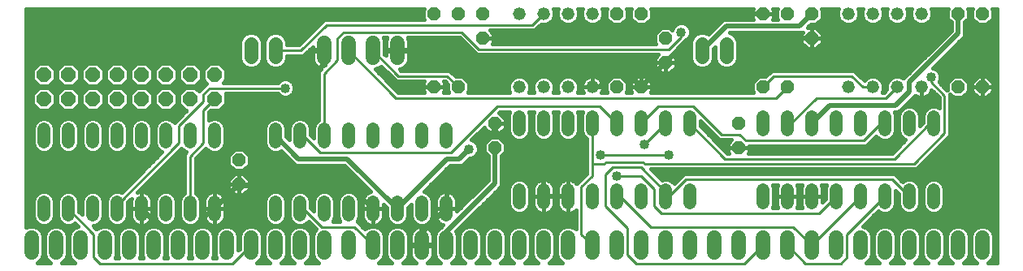
<source format=gbl>
G75*
%MOIN*%
%OFA0B0*%
%FSLAX24Y24*%
%IPPOS*%
%LPD*%
%AMOC8*
5,1,8,0,0,1.08239X$1,22.5*
%
%ADD10C,0.0520*%
%ADD11OC8,0.0600*%
%ADD12C,0.0600*%
%ADD13OC8,0.0520*%
%ADD14C,0.0520*%
%ADD15C,0.0560*%
%ADD16C,0.0200*%
%ADD17C,0.0160*%
%ADD18C,0.0100*%
%ADD19C,0.0400*%
D10*
X001180Y002420D02*
X001180Y002940D01*
X002180Y002940D02*
X002180Y002420D01*
X003180Y002420D02*
X003180Y002940D01*
X004180Y002940D02*
X004180Y002420D01*
X005180Y002420D02*
X005180Y002940D01*
X006180Y002940D02*
X006180Y002420D01*
X007180Y002420D02*
X007180Y002940D01*
X008180Y002940D02*
X008180Y002420D01*
X010680Y002420D02*
X010680Y002940D01*
X011680Y002940D02*
X011680Y002420D01*
X012680Y002420D02*
X012680Y002940D01*
X013680Y002940D02*
X013680Y002420D01*
X014680Y002420D02*
X014680Y002940D01*
X015680Y002940D02*
X015680Y002420D01*
X016680Y002420D02*
X016680Y002940D01*
X017680Y002940D02*
X017680Y002420D01*
X020680Y002920D02*
X020680Y003440D01*
X021680Y003440D02*
X021680Y002920D01*
X022680Y002920D02*
X022680Y003440D01*
X023680Y003440D02*
X023680Y002920D01*
X024680Y002920D02*
X024680Y003440D01*
X025680Y003440D02*
X025680Y002920D01*
X026680Y002920D02*
X026680Y003440D01*
X027680Y003440D02*
X027680Y002920D01*
X030680Y002920D02*
X030680Y003440D01*
X031680Y003440D02*
X031680Y002920D01*
X032680Y002920D02*
X032680Y003440D01*
X033680Y003440D02*
X033680Y002920D01*
X034680Y002920D02*
X034680Y003440D01*
X035680Y003440D02*
X035680Y002920D01*
X036680Y002920D02*
X036680Y003440D01*
X037680Y003440D02*
X037680Y002920D01*
X037680Y005920D02*
X037680Y006440D01*
X036680Y006440D02*
X036680Y005920D01*
X035680Y005920D02*
X035680Y006440D01*
X034680Y006440D02*
X034680Y005920D01*
X033680Y005920D02*
X033680Y006440D01*
X032680Y006440D02*
X032680Y005920D01*
X031680Y005920D02*
X031680Y006440D01*
X030680Y006440D02*
X030680Y005920D01*
X027680Y005920D02*
X027680Y006440D01*
X026680Y006440D02*
X026680Y005920D01*
X025680Y005920D02*
X025680Y006440D01*
X024680Y006440D02*
X024680Y005920D01*
X023680Y005920D02*
X023680Y006440D01*
X022680Y006440D02*
X022680Y005920D01*
X021680Y005920D02*
X021680Y006440D01*
X020680Y006440D02*
X020680Y005920D01*
X017680Y005940D02*
X017680Y005420D01*
X016680Y005420D02*
X016680Y005940D01*
X015680Y005940D02*
X015680Y005420D01*
X014680Y005420D02*
X014680Y005940D01*
X013680Y005940D02*
X013680Y005420D01*
X012680Y005420D02*
X012680Y005940D01*
X011680Y005940D02*
X011680Y005420D01*
X010680Y005420D02*
X010680Y005940D01*
X008180Y005940D02*
X008180Y005420D01*
X007180Y005420D02*
X007180Y005940D01*
X006180Y005940D02*
X006180Y005420D01*
X005180Y005420D02*
X005180Y005940D01*
X004180Y005940D02*
X004180Y005420D01*
X003180Y005420D02*
X003180Y005940D01*
X002180Y005940D02*
X002180Y005420D01*
X001180Y005420D02*
X001180Y005940D01*
D11*
X001180Y007180D03*
X002180Y007180D03*
X003180Y007180D03*
X004180Y007180D03*
X005180Y007180D03*
X006180Y007180D03*
X007180Y007180D03*
X008180Y007180D03*
X008180Y008180D03*
X007180Y008180D03*
X006180Y008180D03*
X005180Y008180D03*
X004180Y008180D03*
X003180Y008180D03*
X002180Y008180D03*
X001180Y008180D03*
D12*
X012680Y008880D02*
X012680Y009480D01*
X013680Y009480D02*
X013680Y008880D01*
X014680Y008880D02*
X014680Y009480D01*
X015680Y009480D02*
X015680Y008880D01*
X015680Y001480D02*
X015680Y000880D01*
X016680Y000880D02*
X016680Y001480D01*
X017680Y001480D02*
X017680Y000880D01*
X018680Y000880D02*
X018680Y001480D01*
X019680Y001480D02*
X019680Y000880D01*
X020680Y000880D02*
X020680Y001480D01*
X021680Y001480D02*
X021680Y000880D01*
X022680Y000880D02*
X022680Y001480D01*
X023680Y001480D02*
X023680Y000880D01*
X024680Y000880D02*
X024680Y001480D01*
X025680Y001480D02*
X025680Y000880D01*
X026680Y000880D02*
X026680Y001480D01*
X027680Y001480D02*
X027680Y000880D01*
X028680Y000880D02*
X028680Y001480D01*
X029680Y001480D02*
X029680Y000880D01*
X030680Y000880D02*
X030680Y001480D01*
X031680Y001480D02*
X031680Y000880D01*
X032680Y000880D02*
X032680Y001480D01*
X033680Y001480D02*
X033680Y000880D01*
X034680Y000880D02*
X034680Y001480D01*
X035680Y001480D02*
X035680Y000880D01*
X036680Y000880D02*
X036680Y001480D01*
X037680Y001480D02*
X037680Y000880D01*
X038680Y000880D02*
X038680Y001480D01*
X039680Y001480D02*
X039680Y000880D01*
X014680Y000880D02*
X014680Y001480D01*
X013680Y001480D02*
X013680Y000880D01*
X012680Y000880D02*
X012680Y001480D01*
X011680Y001480D02*
X011680Y000880D01*
X010680Y000880D02*
X010680Y001480D01*
X009680Y001480D02*
X009680Y000880D01*
X008680Y000880D02*
X008680Y001480D01*
X007680Y001480D02*
X007680Y000880D01*
X006680Y000880D02*
X006680Y001480D01*
X005680Y001480D02*
X005680Y000880D01*
X004680Y000880D02*
X004680Y001480D01*
X003680Y001480D02*
X003680Y000880D01*
X002680Y000880D02*
X002680Y001480D01*
X001680Y001480D02*
X001680Y000880D01*
X000680Y000880D02*
X000680Y001480D01*
D13*
X009180Y003680D03*
X009180Y004680D03*
X017180Y007680D03*
X018180Y007680D03*
X019680Y006180D03*
X019680Y005180D03*
X024680Y007680D03*
X025680Y007680D03*
X026680Y008680D03*
X026680Y009680D03*
X025680Y010680D03*
X024680Y010680D03*
X019180Y010680D03*
X018180Y010680D03*
X017180Y010680D03*
X019180Y009680D03*
X030680Y010680D03*
X031680Y010680D03*
X032680Y010680D03*
X032680Y009680D03*
X038680Y010680D03*
X039680Y010680D03*
X039680Y007680D03*
X038680Y007680D03*
X031680Y007680D03*
X030680Y007680D03*
X029680Y006180D03*
X029680Y005180D03*
D14*
X034180Y007680D03*
X035180Y007680D03*
X036180Y007680D03*
X037180Y007680D03*
X037180Y010680D03*
X036180Y010680D03*
X035180Y010680D03*
X034180Y010680D03*
X023680Y010680D03*
X022680Y010680D03*
X021680Y010680D03*
X020680Y010680D03*
X020680Y007680D03*
X021680Y007680D03*
X022680Y007680D03*
X023680Y007680D03*
D15*
X028180Y008900D02*
X028180Y009460D01*
X029180Y009460D02*
X029180Y008900D01*
X010680Y008900D02*
X010680Y009460D01*
X009680Y009460D02*
X009680Y008900D01*
D16*
X010180Y006130D02*
X012680Y008630D01*
X012680Y009180D01*
X019680Y006180D02*
X019680Y005880D01*
X019180Y005380D01*
X019180Y005080D01*
X017730Y003630D01*
X017730Y002730D01*
X017680Y002680D01*
X016680Y001680D01*
X016680Y001180D01*
X017680Y001180D02*
X017680Y001730D01*
X019680Y003730D01*
X019680Y005180D01*
X018630Y005130D02*
X018230Y004730D01*
X017730Y004730D01*
X015680Y002680D01*
X013630Y004730D01*
X011630Y004730D01*
X010680Y005680D01*
X010180Y006130D02*
X010180Y003630D01*
X009230Y003630D01*
X009180Y003680D01*
X008180Y002680D01*
X008130Y002680D01*
X007380Y001930D01*
X006980Y001930D01*
X006930Y001980D01*
X006430Y001980D01*
X006380Y001930D01*
X005980Y001930D01*
X005930Y001980D01*
X005880Y001980D01*
X005180Y002680D01*
X010180Y003630D02*
X013730Y003630D01*
X014680Y002680D01*
X019680Y005880D02*
X021680Y003880D01*
X021680Y003180D01*
X022680Y003180D01*
X032680Y006180D02*
X033430Y006930D01*
X036130Y006930D01*
X036680Y007480D01*
X036680Y007880D01*
X038680Y009880D01*
X038680Y010680D01*
X032680Y010680D02*
X032180Y010180D01*
X029180Y010180D01*
X028180Y009180D01*
X027980Y008380D02*
X027180Y009180D01*
X028680Y010680D01*
X030680Y010680D01*
X030680Y009680D02*
X029380Y008380D01*
X027980Y008380D01*
X027180Y009180D02*
X026680Y008680D01*
X025680Y007680D01*
X025180Y008180D01*
X024480Y008180D01*
X023980Y007680D01*
X023680Y007680D01*
X030680Y009680D02*
X032680Y009680D01*
D17*
X000952Y000473D02*
X000920Y000460D01*
X001440Y000460D01*
X001408Y000473D01*
X001273Y000608D01*
X001200Y000785D01*
X001200Y001575D01*
X001273Y001752D01*
X001408Y001887D01*
X001585Y001960D01*
X001775Y001960D01*
X001952Y001887D01*
X002087Y001752D01*
X002160Y001575D01*
X002160Y000785D01*
X002087Y000608D01*
X001952Y000473D01*
X001920Y000460D01*
X002440Y000460D01*
X002408Y000473D01*
X002273Y000608D01*
X002200Y000785D01*
X002200Y001575D01*
X002273Y001752D01*
X002408Y001887D01*
X002578Y001957D01*
X002458Y002076D01*
X002429Y002047D01*
X002268Y001980D01*
X002092Y001980D01*
X001931Y002047D01*
X001807Y002171D01*
X001740Y002332D01*
X001740Y003028D01*
X001807Y003189D01*
X001931Y003313D01*
X002092Y003380D01*
X002268Y003380D01*
X002429Y003313D01*
X002553Y003189D01*
X002620Y003028D01*
X002620Y002565D01*
X002740Y002445D01*
X002740Y003028D01*
X002807Y003189D01*
X002931Y003313D01*
X003092Y003380D01*
X003268Y003380D01*
X003429Y003313D01*
X003553Y003189D01*
X003620Y003028D01*
X003620Y002332D01*
X003553Y002171D01*
X003429Y002047D01*
X003268Y001980D01*
X003205Y001980D01*
X003325Y001860D01*
X003353Y001832D01*
X003408Y001887D01*
X003585Y001960D01*
X003775Y001960D01*
X003952Y001887D01*
X004087Y001752D01*
X004160Y001575D01*
X004160Y000785D01*
X004108Y000660D01*
X004252Y000660D01*
X004200Y000785D01*
X004200Y001575D01*
X004273Y001752D01*
X004408Y001887D01*
X004585Y001960D01*
X004775Y001960D01*
X004952Y001887D01*
X005087Y001752D01*
X005160Y001575D01*
X005160Y000785D01*
X005108Y000660D01*
X005252Y000660D01*
X005200Y000785D01*
X005200Y001575D01*
X005273Y001752D01*
X005408Y001887D01*
X005585Y001960D01*
X005775Y001960D01*
X005952Y001887D01*
X006087Y001752D01*
X006160Y001575D01*
X006160Y000785D01*
X006108Y000660D01*
X006252Y000660D01*
X006200Y000785D01*
X006200Y001575D01*
X006273Y001752D01*
X006408Y001887D01*
X006585Y001960D01*
X006775Y001960D01*
X006952Y001887D01*
X007087Y001752D01*
X007160Y001575D01*
X007160Y000785D01*
X007108Y000660D01*
X007252Y000660D01*
X007200Y000785D01*
X007200Y001575D01*
X007273Y001752D01*
X007408Y001887D01*
X007585Y001960D01*
X007775Y001960D01*
X007952Y001887D01*
X008087Y001752D01*
X008160Y001575D01*
X008160Y000785D01*
X008108Y000660D01*
X008252Y000660D01*
X008200Y000785D01*
X008200Y001575D01*
X008273Y001752D01*
X008408Y001887D01*
X008585Y001960D01*
X008775Y001960D01*
X008952Y001887D01*
X009087Y001752D01*
X009160Y001575D01*
X009160Y000985D01*
X009200Y001025D01*
X009200Y001575D01*
X009273Y001752D01*
X009408Y001887D01*
X009585Y001960D01*
X009775Y001960D01*
X009952Y001887D01*
X010087Y001752D01*
X010160Y001575D01*
X010160Y000785D01*
X010087Y000608D01*
X009952Y000473D01*
X009920Y000460D01*
X010440Y000460D01*
X010408Y000473D01*
X010273Y000608D01*
X010200Y000785D01*
X010200Y001575D01*
X010273Y001752D01*
X010408Y001887D01*
X010585Y001960D01*
X010775Y001960D01*
X010952Y001887D01*
X011087Y001752D01*
X011160Y001575D01*
X011160Y000785D01*
X011087Y000608D01*
X010952Y000473D01*
X010920Y000460D01*
X011440Y000460D01*
X011408Y000473D01*
X011273Y000608D01*
X011200Y000785D01*
X011200Y001575D01*
X011273Y001752D01*
X011408Y001887D01*
X011585Y001960D01*
X011775Y001960D01*
X011952Y001887D01*
X012087Y001752D01*
X012160Y001575D01*
X012160Y000785D01*
X012087Y000608D01*
X011952Y000473D01*
X011920Y000460D01*
X012440Y000460D01*
X012408Y000473D01*
X012273Y000608D01*
X012200Y000785D01*
X012200Y001575D01*
X012273Y001752D01*
X012353Y001832D01*
X012350Y001835D01*
X012033Y002151D01*
X011929Y002047D01*
X011768Y001980D01*
X011592Y001980D01*
X011431Y002047D01*
X011307Y002171D01*
X011240Y002332D01*
X011240Y003028D01*
X011307Y003189D01*
X011431Y003313D01*
X011592Y003380D01*
X011768Y003380D01*
X011929Y003313D01*
X012053Y003189D01*
X012120Y003028D01*
X012120Y002715D01*
X012240Y002595D01*
X012240Y003028D01*
X012307Y003189D01*
X012431Y003313D01*
X012592Y003380D01*
X012768Y003380D01*
X012929Y003313D01*
X013053Y003189D01*
X013120Y003028D01*
X013120Y002332D01*
X013053Y002171D01*
X013042Y002160D01*
X013318Y002160D01*
X013307Y002171D01*
X013240Y002332D01*
X013240Y003028D01*
X013307Y003189D01*
X013431Y003313D01*
X013592Y003380D01*
X013768Y003380D01*
X013929Y003313D01*
X014053Y003189D01*
X014120Y003028D01*
X014120Y002332D01*
X014053Y002171D01*
X014034Y002152D01*
X014353Y001832D01*
X014408Y001887D01*
X014585Y001960D01*
X014775Y001960D01*
X014952Y001887D01*
X015087Y001752D01*
X015160Y001575D01*
X015160Y000785D01*
X015087Y000608D01*
X014952Y000473D01*
X014920Y000460D01*
X015440Y000460D01*
X015408Y000473D01*
X015273Y000608D01*
X015200Y000785D01*
X015200Y001575D01*
X015273Y001752D01*
X015408Y001887D01*
X015585Y001960D01*
X015775Y001960D01*
X015952Y001887D01*
X016087Y001752D01*
X016160Y001575D01*
X016160Y000785D01*
X016087Y000608D01*
X015952Y000473D01*
X015920Y000460D01*
X016447Y000460D01*
X016428Y000469D01*
X016367Y000514D01*
X016314Y000567D01*
X016269Y000628D01*
X016235Y000696D01*
X016212Y000768D01*
X016200Y000842D01*
X016200Y001160D01*
X016660Y001160D01*
X016660Y001200D01*
X016660Y001960D01*
X016642Y001960D01*
X016568Y001948D01*
X016496Y001925D01*
X016428Y001891D01*
X016367Y001846D01*
X016314Y001793D01*
X016269Y001732D01*
X016235Y001664D01*
X016212Y001592D01*
X016200Y001518D01*
X016200Y001200D01*
X016660Y001200D01*
X016700Y001200D01*
X016700Y001960D01*
X016718Y001960D01*
X016792Y001948D01*
X016864Y001925D01*
X016932Y001891D01*
X016993Y001846D01*
X017046Y001793D01*
X017091Y001732D01*
X017125Y001664D01*
X017148Y001592D01*
X017160Y001518D01*
X017160Y001200D01*
X016700Y001200D01*
X016700Y001160D01*
X017160Y001160D01*
X017160Y000842D01*
X017148Y000768D01*
X017125Y000696D01*
X017091Y000628D01*
X017046Y000567D01*
X016993Y000514D01*
X016932Y000469D01*
X016913Y000460D01*
X017440Y000460D01*
X017408Y000473D01*
X017273Y000608D01*
X017200Y000785D01*
X017200Y001575D01*
X017273Y001752D01*
X017408Y001887D01*
X017464Y001910D01*
X017521Y001967D01*
X017521Y001967D01*
X017553Y001999D01*
X017511Y002012D01*
X017449Y002044D01*
X017393Y002084D01*
X017344Y002133D01*
X017304Y002189D01*
X017272Y002251D01*
X017251Y002317D01*
X017240Y002385D01*
X017240Y002680D01*
X017680Y002680D01*
X017680Y002680D01*
X017680Y003380D01*
X017715Y003380D01*
X017783Y003369D01*
X017849Y003348D01*
X017911Y003316D01*
X017967Y003276D01*
X018016Y003227D01*
X018056Y003171D01*
X018088Y003109D01*
X018109Y003043D01*
X018120Y002975D01*
X018120Y002680D01*
X017680Y002680D01*
X017680Y002680D01*
X017680Y002680D01*
X017680Y003380D01*
X017645Y003380D01*
X017577Y003369D01*
X017511Y003348D01*
X017449Y003316D01*
X017393Y003276D01*
X017344Y003227D01*
X017304Y003171D01*
X017272Y003109D01*
X017251Y003043D01*
X017240Y002975D01*
X017240Y002680D01*
X017680Y002680D01*
X018120Y002680D01*
X018120Y002566D01*
X019400Y003846D01*
X019400Y004838D01*
X019240Y004998D01*
X019240Y005362D01*
X019498Y005620D01*
X019862Y005620D01*
X020120Y005362D01*
X020120Y004998D01*
X019960Y004838D01*
X019960Y003674D01*
X019917Y003571D01*
X019839Y003493D01*
X019839Y003493D01*
X018090Y001744D01*
X018160Y001575D01*
X018160Y000785D01*
X018087Y000608D01*
X017952Y000473D01*
X017920Y000460D01*
X018440Y000460D01*
X018408Y000473D01*
X018273Y000608D01*
X018200Y000785D01*
X018200Y001575D01*
X018273Y001752D01*
X018408Y001887D01*
X018585Y001960D01*
X018775Y001960D01*
X018952Y001887D01*
X019087Y001752D01*
X019160Y001575D01*
X019160Y000785D01*
X019087Y000608D01*
X018952Y000473D01*
X018920Y000460D01*
X019440Y000460D01*
X019408Y000473D01*
X019273Y000608D01*
X019200Y000785D01*
X019200Y001575D01*
X019273Y001752D01*
X019408Y001887D01*
X019585Y001960D01*
X019775Y001960D01*
X019952Y001887D01*
X020087Y001752D01*
X020160Y001575D01*
X020160Y000785D01*
X020087Y000608D01*
X019952Y000473D01*
X019920Y000460D01*
X020440Y000460D01*
X020408Y000473D01*
X020273Y000608D01*
X020200Y000785D01*
X020200Y001575D01*
X020273Y001752D01*
X020408Y001887D01*
X020585Y001960D01*
X020775Y001960D01*
X020952Y001887D01*
X021087Y001752D01*
X021160Y001575D01*
X021160Y000785D01*
X021087Y000608D01*
X020952Y000473D01*
X020920Y000460D01*
X021440Y000460D01*
X021408Y000473D01*
X021273Y000608D01*
X021200Y000785D01*
X021200Y001575D01*
X021273Y001752D01*
X021408Y001887D01*
X021585Y001960D01*
X021775Y001960D01*
X021952Y001887D01*
X022087Y001752D01*
X022160Y001575D01*
X022160Y000785D01*
X022087Y000608D01*
X021952Y000473D01*
X021920Y000460D01*
X022440Y000460D01*
X022408Y000473D01*
X022273Y000608D01*
X022200Y000785D01*
X022200Y001575D01*
X022273Y001752D01*
X022408Y001887D01*
X022585Y001960D01*
X022775Y001960D01*
X022952Y001887D01*
X023000Y001839D01*
X023000Y002618D01*
X022967Y002584D01*
X022911Y002544D01*
X022849Y002512D01*
X022783Y002491D01*
X022715Y002480D01*
X022680Y002480D01*
X022680Y003180D01*
X022680Y003180D01*
X022680Y003880D01*
X022715Y003880D01*
X022783Y003869D01*
X022849Y003848D01*
X022911Y003816D01*
X022967Y003776D01*
X023016Y003727D01*
X023031Y003706D01*
X023135Y003810D01*
X023450Y004125D01*
X023450Y005539D01*
X023431Y005547D01*
X023307Y005671D01*
X023240Y005832D01*
X023240Y006528D01*
X023291Y006650D01*
X023069Y006650D01*
X023120Y006528D01*
X023120Y005832D01*
X023053Y005671D01*
X022929Y005547D01*
X022768Y005480D01*
X022592Y005480D01*
X022431Y005547D01*
X022307Y005671D01*
X022240Y005832D01*
X022240Y006528D01*
X022291Y006650D01*
X022069Y006650D01*
X022120Y006528D01*
X022120Y005832D01*
X022053Y005671D01*
X021929Y005547D01*
X021768Y005480D01*
X021592Y005480D01*
X021431Y005547D01*
X021307Y005671D01*
X021240Y005832D01*
X021240Y006528D01*
X021291Y006650D01*
X021069Y006650D01*
X021120Y006528D01*
X021120Y005832D01*
X021053Y005671D01*
X020929Y005547D01*
X020768Y005480D01*
X020592Y005480D01*
X020431Y005547D01*
X020307Y005671D01*
X020240Y005832D01*
X020240Y006528D01*
X020291Y006650D01*
X019875Y006650D01*
X019845Y006620D01*
X019862Y006620D01*
X020120Y006362D01*
X020120Y006180D01*
X019680Y006180D01*
X019680Y006180D01*
X020120Y006180D01*
X020120Y005998D01*
X019862Y005740D01*
X019680Y005740D01*
X019680Y006180D01*
X019680Y006180D01*
X019680Y005740D01*
X019498Y005740D01*
X019240Y005998D01*
X019240Y006015D01*
X018727Y005501D01*
X018845Y005452D01*
X018952Y005345D01*
X019010Y005206D01*
X019010Y005054D01*
X018952Y004915D01*
X018845Y004808D01*
X018706Y004750D01*
X018646Y004750D01*
X018389Y004493D01*
X018286Y004450D01*
X017846Y004450D01*
X016774Y003378D01*
X016929Y003313D01*
X017053Y003189D01*
X017120Y003028D01*
X017120Y002332D01*
X017053Y002171D01*
X016929Y002047D01*
X016768Y001980D01*
X016592Y001980D01*
X016431Y002047D01*
X016307Y002171D01*
X016240Y002332D01*
X016240Y002844D01*
X016120Y002724D01*
X016120Y002332D01*
X016053Y002171D01*
X015929Y002047D01*
X015768Y001980D01*
X015592Y001980D01*
X015431Y002047D01*
X015307Y002171D01*
X015240Y002332D01*
X015240Y002724D01*
X015120Y002844D01*
X015120Y002680D01*
X014680Y002680D01*
X014680Y002680D01*
X015120Y002680D01*
X015120Y002385D01*
X015109Y002317D01*
X015088Y002251D01*
X015056Y002189D01*
X015016Y002133D01*
X014967Y002084D01*
X014911Y002044D01*
X014849Y002012D01*
X014783Y001991D01*
X014715Y001980D01*
X014680Y001980D01*
X014680Y002680D01*
X014680Y002680D01*
X014680Y002680D01*
X014240Y002680D01*
X014240Y002975D01*
X014251Y003043D01*
X014272Y003109D01*
X014304Y003171D01*
X014344Y003227D01*
X014393Y003276D01*
X014449Y003316D01*
X014511Y003348D01*
X014577Y003369D01*
X014592Y003372D01*
X013514Y004450D01*
X011574Y004450D01*
X011471Y004493D01*
X010921Y005043D01*
X010768Y004980D01*
X010592Y004980D01*
X010431Y005047D01*
X010307Y005171D01*
X010240Y005332D01*
X010240Y006028D01*
X010307Y006189D01*
X010431Y006313D01*
X010592Y006380D01*
X010768Y006380D01*
X010929Y006313D01*
X011053Y006189D01*
X011120Y006028D01*
X011120Y005636D01*
X011240Y005516D01*
X011240Y006028D01*
X011307Y006189D01*
X011431Y006313D01*
X011592Y006380D01*
X011768Y006380D01*
X011929Y006313D01*
X012053Y006189D01*
X012120Y006028D01*
X012120Y005715D01*
X012240Y005595D01*
X012240Y006028D01*
X012307Y006189D01*
X012431Y006313D01*
X012450Y006321D01*
X012450Y008325D01*
X012544Y008419D01*
X012496Y008435D01*
X012428Y008469D01*
X012367Y008514D01*
X012314Y008567D01*
X012269Y008628D01*
X012235Y008696D01*
X012212Y008768D01*
X012200Y008842D01*
X012200Y009160D01*
X012660Y009160D01*
X012660Y008535D01*
X012700Y008575D01*
X012700Y009160D01*
X012660Y009160D01*
X012660Y009200D01*
X012200Y009200D01*
X012200Y009325D01*
X011825Y008950D01*
X011140Y008950D01*
X011140Y008808D01*
X011070Y008639D01*
X010941Y008510D01*
X010771Y008440D01*
X010588Y008440D01*
X010419Y008510D01*
X010290Y008639D01*
X010220Y008808D01*
X010220Y009551D01*
X010290Y009721D01*
X010419Y009850D01*
X010588Y009920D01*
X010771Y009920D01*
X010941Y009850D01*
X011070Y009721D01*
X011140Y009551D01*
X011140Y009410D01*
X011635Y009410D01*
X012550Y010325D01*
X012685Y010460D01*
X016778Y010460D01*
X016740Y010498D01*
X016740Y010862D01*
X016774Y010896D01*
X000460Y010896D01*
X000460Y001908D01*
X000585Y001960D01*
X000775Y001960D01*
X000952Y001887D01*
X001087Y001752D01*
X001160Y001575D01*
X001160Y000785D01*
X001087Y000608D01*
X000952Y000473D01*
X000976Y000497D02*
X001384Y000497D01*
X001253Y000656D02*
X001107Y000656D01*
X001160Y000814D02*
X001200Y000814D01*
X001200Y000973D02*
X001160Y000973D01*
X001160Y001131D02*
X001200Y001131D01*
X001200Y001290D02*
X001160Y001290D01*
X001160Y001448D02*
X001200Y001448D01*
X001213Y001607D02*
X001147Y001607D01*
X001074Y001765D02*
X001286Y001765D01*
X001496Y001924D02*
X000864Y001924D01*
X000931Y002047D02*
X001092Y001980D01*
X001268Y001980D01*
X001429Y002047D01*
X001553Y002171D01*
X001620Y002332D01*
X001620Y003028D01*
X001553Y003189D01*
X001429Y003313D01*
X001268Y003380D01*
X001092Y003380D01*
X000931Y003313D01*
X000807Y003189D01*
X000740Y003028D01*
X000740Y002332D01*
X000807Y002171D01*
X000931Y002047D01*
X000896Y002082D02*
X000460Y002082D01*
X000460Y002241D02*
X000778Y002241D01*
X000740Y002399D02*
X000460Y002399D01*
X000460Y002558D02*
X000740Y002558D01*
X000740Y002716D02*
X000460Y002716D01*
X000460Y002875D02*
X000740Y002875D01*
X000742Y003033D02*
X000460Y003033D01*
X000460Y003192D02*
X000809Y003192D01*
X001020Y003350D02*
X000460Y003350D01*
X000460Y003509D02*
X004533Y003509D01*
X004375Y003350D02*
X004340Y003350D01*
X004365Y003340D02*
X004268Y003380D01*
X004092Y003380D01*
X003931Y003313D01*
X003807Y003189D01*
X003740Y003028D01*
X003740Y002332D01*
X003807Y002171D01*
X003931Y002047D01*
X004092Y001980D01*
X004268Y001980D01*
X004429Y002047D01*
X004553Y002171D01*
X004620Y002332D01*
X004620Y002945D01*
X004766Y003091D01*
X004751Y003043D01*
X004740Y002975D01*
X004740Y002680D01*
X005180Y002680D01*
X005180Y002680D01*
X005180Y003380D01*
X005215Y003380D01*
X005283Y003369D01*
X005349Y003348D01*
X005411Y003316D01*
X005467Y003276D01*
X005516Y003227D01*
X005556Y003171D01*
X005588Y003109D01*
X005609Y003043D01*
X005620Y002975D01*
X005620Y002680D01*
X005180Y002680D01*
X005180Y002680D01*
X005180Y003380D01*
X005145Y003380D01*
X005077Y003369D01*
X005029Y003354D01*
X006825Y005150D01*
X006827Y005151D01*
X006931Y005047D01*
X007030Y005006D01*
X006950Y004925D01*
X006950Y003321D01*
X006931Y003313D01*
X006807Y003189D01*
X006740Y003028D01*
X006740Y002332D01*
X006807Y002171D01*
X006931Y002047D01*
X007092Y001980D01*
X007268Y001980D01*
X007429Y002047D01*
X007553Y002171D01*
X007620Y002332D01*
X007620Y003028D01*
X007553Y003189D01*
X007429Y003313D01*
X007410Y003321D01*
X007410Y004735D01*
X007825Y005150D01*
X007827Y005151D01*
X007931Y005047D01*
X008092Y004980D01*
X008268Y004980D01*
X008429Y005047D01*
X008553Y005171D01*
X008620Y005332D01*
X008620Y006028D01*
X008553Y006189D01*
X008429Y006313D01*
X008268Y006380D01*
X008092Y006380D01*
X007960Y006325D01*
X007960Y006635D01*
X008025Y006700D01*
X008379Y006700D01*
X008660Y006981D01*
X008660Y007379D01*
X008639Y007400D01*
X010773Y007400D01*
X010865Y007308D01*
X011004Y007250D01*
X011156Y007250D01*
X011295Y007308D01*
X011402Y007415D01*
X011460Y007554D01*
X011460Y007706D01*
X011402Y007845D01*
X011295Y007952D01*
X011156Y008010D01*
X011004Y008010D01*
X010865Y007952D01*
X010773Y007860D01*
X008539Y007860D01*
X008660Y007981D01*
X008660Y008379D01*
X008379Y008660D01*
X007981Y008660D01*
X007700Y008379D01*
X007700Y007981D01*
X007853Y007828D01*
X007750Y007725D01*
X007532Y007507D01*
X007379Y007660D01*
X006981Y007660D01*
X006700Y007379D01*
X006700Y006981D01*
X006981Y006700D01*
X007025Y006700D01*
X006533Y006209D01*
X006429Y006313D01*
X006268Y006380D01*
X006092Y006380D01*
X005931Y006313D01*
X005807Y006189D01*
X005740Y006028D01*
X005740Y005332D01*
X005807Y005171D01*
X005931Y005047D01*
X006030Y005006D01*
X004365Y003340D01*
X004020Y003350D02*
X003340Y003350D01*
X003551Y003192D02*
X003809Y003192D01*
X003742Y003033D02*
X003618Y003033D01*
X003620Y002875D02*
X003740Y002875D01*
X003740Y002716D02*
X003620Y002716D01*
X003620Y002558D02*
X003740Y002558D01*
X003740Y002399D02*
X003620Y002399D01*
X003582Y002241D02*
X003778Y002241D01*
X003896Y002082D02*
X003464Y002082D01*
X003496Y001924D02*
X003262Y001924D01*
X002496Y001924D02*
X001864Y001924D01*
X002074Y001765D02*
X002286Y001765D01*
X002213Y001607D02*
X002147Y001607D01*
X002160Y001448D02*
X002200Y001448D01*
X002200Y001290D02*
X002160Y001290D01*
X002160Y001131D02*
X002200Y001131D01*
X002200Y000973D02*
X002160Y000973D01*
X002160Y000814D02*
X002200Y000814D01*
X002253Y000656D02*
X002107Y000656D01*
X001976Y000497D02*
X002384Y000497D01*
X004160Y000814D02*
X004200Y000814D01*
X004200Y000973D02*
X004160Y000973D01*
X004160Y001131D02*
X004200Y001131D01*
X004200Y001290D02*
X004160Y001290D01*
X004160Y001448D02*
X004200Y001448D01*
X004213Y001607D02*
X004147Y001607D01*
X004074Y001765D02*
X004286Y001765D01*
X004496Y001924D02*
X003864Y001924D01*
X004464Y002082D02*
X004897Y002082D01*
X004893Y002084D02*
X004949Y002044D01*
X005011Y002012D01*
X005077Y001991D01*
X005145Y001980D01*
X005180Y001980D01*
X005215Y001980D01*
X005283Y001991D01*
X005349Y002012D01*
X005411Y002044D01*
X005467Y002084D01*
X005516Y002133D01*
X005556Y002189D01*
X005588Y002251D01*
X005609Y002317D01*
X005620Y002385D01*
X005620Y002680D01*
X005180Y002680D01*
X005180Y001980D01*
X005180Y002680D01*
X005180Y002680D01*
X005180Y002680D01*
X004740Y002680D01*
X004740Y002385D01*
X004751Y002317D01*
X004772Y002251D01*
X004804Y002189D01*
X004844Y002133D01*
X004893Y002084D01*
X004778Y002241D02*
X004582Y002241D01*
X005180Y002241D02*
X005180Y002241D01*
X005180Y002082D02*
X005180Y002082D01*
X005463Y002082D02*
X005896Y002082D01*
X005931Y002047D02*
X006092Y001980D01*
X006268Y001980D01*
X006429Y002047D01*
X006553Y002171D01*
X006620Y002332D01*
X006620Y003028D01*
X006553Y003189D01*
X006429Y003313D01*
X006268Y003380D01*
X006092Y003380D01*
X005931Y003313D01*
X005807Y003189D01*
X005740Y003028D01*
X005740Y002332D01*
X005807Y002171D01*
X005931Y002047D01*
X005778Y002241D02*
X005582Y002241D01*
X005620Y002399D02*
X005740Y002399D01*
X005740Y002558D02*
X005620Y002558D01*
X005620Y002716D02*
X005740Y002716D01*
X005740Y002875D02*
X005620Y002875D01*
X005611Y003033D02*
X005742Y003033D01*
X005809Y003192D02*
X005541Y003192D01*
X005342Y003350D02*
X006020Y003350D01*
X006340Y003350D02*
X006950Y003350D01*
X006950Y003509D02*
X005184Y003509D01*
X005180Y003350D02*
X005180Y003350D01*
X005180Y003192D02*
X005180Y003192D01*
X005180Y003033D02*
X005180Y003033D01*
X005180Y002875D02*
X005180Y002875D01*
X004740Y002875D02*
X004620Y002875D01*
X004708Y003033D02*
X004749Y003033D01*
X004740Y002716D02*
X004620Y002716D01*
X004620Y002558D02*
X004740Y002558D01*
X004740Y002399D02*
X004620Y002399D01*
X005180Y002399D02*
X005180Y002399D01*
X005180Y002558D02*
X005180Y002558D01*
X005180Y002716D02*
X005180Y002716D01*
X006620Y002716D02*
X006740Y002716D01*
X006740Y002558D02*
X006620Y002558D01*
X006620Y002399D02*
X006740Y002399D01*
X006778Y002241D02*
X006582Y002241D01*
X006464Y002082D02*
X006896Y002082D01*
X006864Y001924D02*
X007496Y001924D01*
X007286Y001765D02*
X007074Y001765D01*
X007147Y001607D02*
X007213Y001607D01*
X007200Y001448D02*
X007160Y001448D01*
X007160Y001290D02*
X007200Y001290D01*
X007200Y001131D02*
X007160Y001131D01*
X007160Y000973D02*
X007200Y000973D01*
X007200Y000814D02*
X007160Y000814D01*
X006200Y000814D02*
X006160Y000814D01*
X006160Y000973D02*
X006200Y000973D01*
X006200Y001131D02*
X006160Y001131D01*
X006160Y001290D02*
X006200Y001290D01*
X006200Y001448D02*
X006160Y001448D01*
X006147Y001607D02*
X006213Y001607D01*
X006286Y001765D02*
X006074Y001765D01*
X005864Y001924D02*
X006496Y001924D01*
X005496Y001924D02*
X004864Y001924D01*
X005074Y001765D02*
X005286Y001765D01*
X005213Y001607D02*
X005147Y001607D01*
X005160Y001448D02*
X005200Y001448D01*
X005200Y001290D02*
X005160Y001290D01*
X005160Y001131D02*
X005200Y001131D01*
X005200Y000973D02*
X005160Y000973D01*
X005160Y000814D02*
X005200Y000814D01*
X008160Y000814D02*
X008200Y000814D01*
X008200Y000973D02*
X008160Y000973D01*
X008160Y001131D02*
X008200Y001131D01*
X008200Y001290D02*
X008160Y001290D01*
X008160Y001448D02*
X008200Y001448D01*
X008213Y001607D02*
X008147Y001607D01*
X008074Y001765D02*
X008286Y001765D01*
X008496Y001924D02*
X007864Y001924D01*
X007949Y002044D02*
X008011Y002012D01*
X008077Y001991D01*
X008145Y001980D01*
X008180Y001980D01*
X008215Y001980D01*
X008283Y001991D01*
X008349Y002012D01*
X008411Y002044D01*
X008467Y002084D01*
X008516Y002133D01*
X008556Y002189D01*
X008588Y002251D01*
X008609Y002317D01*
X008620Y002385D01*
X008620Y002680D01*
X008620Y002975D01*
X008609Y003043D01*
X008588Y003109D01*
X008556Y003171D01*
X008516Y003227D01*
X008467Y003276D01*
X008411Y003316D01*
X008349Y003348D01*
X008283Y003369D01*
X008215Y003380D01*
X008180Y003380D01*
X008180Y002680D01*
X008620Y002680D01*
X008180Y002680D01*
X008180Y002680D01*
X008180Y002680D01*
X008180Y001980D01*
X008180Y002680D01*
X008180Y002680D01*
X008180Y002680D01*
X007740Y002680D01*
X007740Y002975D01*
X007751Y003043D01*
X007772Y003109D01*
X007804Y003171D01*
X007844Y003227D01*
X007893Y003276D01*
X007949Y003316D01*
X008011Y003348D01*
X008077Y003369D01*
X008145Y003380D01*
X008180Y003380D01*
X008180Y002680D01*
X007740Y002680D01*
X007740Y002385D01*
X007751Y002317D01*
X007772Y002251D01*
X007804Y002189D01*
X007844Y002133D01*
X007893Y002084D01*
X007949Y002044D01*
X007897Y002082D02*
X007464Y002082D01*
X007582Y002241D02*
X007778Y002241D01*
X008180Y002241D02*
X008180Y002241D01*
X008180Y002082D02*
X008180Y002082D01*
X008463Y002082D02*
X010396Y002082D01*
X010431Y002047D02*
X010592Y001980D01*
X010768Y001980D01*
X010929Y002047D01*
X011053Y002171D01*
X011120Y002332D01*
X011120Y003028D01*
X011053Y003189D01*
X010929Y003313D01*
X010768Y003380D01*
X010592Y003380D01*
X010431Y003313D01*
X010307Y003189D01*
X010240Y003028D01*
X010240Y002332D01*
X010307Y002171D01*
X010431Y002047D01*
X010278Y002241D02*
X008582Y002241D01*
X008620Y002399D02*
X010240Y002399D01*
X010240Y002558D02*
X008620Y002558D01*
X008620Y002716D02*
X010240Y002716D01*
X010240Y002875D02*
X008620Y002875D01*
X008611Y003033D02*
X010242Y003033D01*
X010309Y003192D02*
X008541Y003192D01*
X008342Y003350D02*
X008888Y003350D01*
X008998Y003240D02*
X008740Y003498D01*
X008740Y003680D01*
X009180Y003680D01*
X009180Y003680D01*
X009180Y004120D01*
X009362Y004120D01*
X009620Y003862D01*
X009620Y003680D01*
X009180Y003680D01*
X009180Y003680D01*
X009180Y003680D01*
X009180Y004120D01*
X008998Y004120D01*
X008740Y003862D01*
X008740Y003680D01*
X009180Y003680D01*
X009620Y003680D01*
X009620Y003498D01*
X009362Y003240D01*
X009180Y003240D01*
X009180Y003680D01*
X009180Y003680D01*
X009180Y003240D01*
X008998Y003240D01*
X009180Y003350D02*
X009180Y003350D01*
X009180Y003509D02*
X009180Y003509D01*
X009472Y003350D02*
X010520Y003350D01*
X010840Y003350D02*
X011520Y003350D01*
X011309Y003192D02*
X011051Y003192D01*
X011840Y003350D02*
X012520Y003350D01*
X012309Y003192D02*
X012051Y003192D01*
X012118Y003033D02*
X012242Y003033D01*
X012240Y002875D02*
X012120Y002875D01*
X012120Y002716D02*
X012240Y002716D01*
X011240Y002716D02*
X011120Y002716D01*
X011120Y002558D02*
X011240Y002558D01*
X011240Y002399D02*
X011120Y002399D01*
X011082Y002241D02*
X011278Y002241D01*
X011396Y002082D02*
X010964Y002082D01*
X010864Y001924D02*
X011496Y001924D01*
X011286Y001765D02*
X011074Y001765D01*
X011147Y001607D02*
X011213Y001607D01*
X011200Y001448D02*
X011160Y001448D01*
X011160Y001290D02*
X011200Y001290D01*
X011200Y001131D02*
X011160Y001131D01*
X011160Y000973D02*
X011200Y000973D01*
X011200Y000814D02*
X011160Y000814D01*
X011107Y000656D02*
X011253Y000656D01*
X011384Y000497D02*
X010976Y000497D01*
X010384Y000497D02*
X009976Y000497D01*
X010107Y000656D02*
X010253Y000656D01*
X010200Y000814D02*
X010160Y000814D01*
X010160Y000973D02*
X010200Y000973D01*
X010200Y001131D02*
X010160Y001131D01*
X010160Y001290D02*
X010200Y001290D01*
X010200Y001448D02*
X010160Y001448D01*
X010147Y001607D02*
X010213Y001607D01*
X010286Y001765D02*
X010074Y001765D01*
X009864Y001924D02*
X010496Y001924D01*
X009496Y001924D02*
X008864Y001924D01*
X009074Y001765D02*
X009286Y001765D01*
X009213Y001607D02*
X009147Y001607D01*
X009160Y001448D02*
X009200Y001448D01*
X009200Y001290D02*
X009160Y001290D01*
X009160Y001131D02*
X009200Y001131D01*
X011864Y001924D02*
X012261Y001924D01*
X012286Y001765D02*
X012074Y001765D01*
X012147Y001607D02*
X012213Y001607D01*
X012200Y001448D02*
X012160Y001448D01*
X012160Y001290D02*
X012200Y001290D01*
X012200Y001131D02*
X012160Y001131D01*
X012160Y000973D02*
X012200Y000973D01*
X012200Y000814D02*
X012160Y000814D01*
X012107Y000656D02*
X012253Y000656D01*
X012384Y000497D02*
X011976Y000497D01*
X014976Y000497D02*
X015384Y000497D01*
X015253Y000656D02*
X015107Y000656D01*
X015160Y000814D02*
X015200Y000814D01*
X015200Y000973D02*
X015160Y000973D01*
X015160Y001131D02*
X015200Y001131D01*
X015200Y001290D02*
X015160Y001290D01*
X015160Y001448D02*
X015200Y001448D01*
X015213Y001607D02*
X015147Y001607D01*
X015074Y001765D02*
X015286Y001765D01*
X015496Y001924D02*
X014864Y001924D01*
X014680Y001980D02*
X014680Y002680D01*
X014240Y002680D01*
X014240Y002385D01*
X014251Y002317D01*
X014272Y002251D01*
X014304Y002189D01*
X014344Y002133D01*
X014393Y002084D01*
X014449Y002044D01*
X014511Y002012D01*
X014577Y001991D01*
X014645Y001980D01*
X014680Y001980D01*
X014680Y002082D02*
X014680Y002082D01*
X014680Y002241D02*
X014680Y002241D01*
X014963Y002082D02*
X015396Y002082D01*
X015278Y002241D02*
X015082Y002241D01*
X014397Y002082D02*
X014103Y002082D01*
X014082Y002241D02*
X014278Y002241D01*
X014240Y002399D02*
X014120Y002399D01*
X014120Y002558D02*
X014240Y002558D01*
X014240Y002716D02*
X014120Y002716D01*
X014680Y002558D02*
X014680Y002558D01*
X014680Y002399D02*
X014680Y002399D01*
X015120Y002399D02*
X015240Y002399D01*
X015240Y002558D02*
X015120Y002558D01*
X015120Y002716D02*
X015240Y002716D01*
X016120Y002716D02*
X016240Y002716D01*
X016240Y002558D02*
X016120Y002558D01*
X016120Y002399D02*
X016240Y002399D01*
X016278Y002241D02*
X016082Y002241D01*
X015964Y002082D02*
X016396Y002082D01*
X016964Y002082D02*
X017397Y002082D01*
X017278Y002241D02*
X017082Y002241D01*
X017120Y002399D02*
X017240Y002399D01*
X017240Y002558D02*
X017120Y002558D01*
X017120Y002716D02*
X017240Y002716D01*
X017680Y002716D02*
X017680Y002716D01*
X018120Y002716D02*
X018270Y002716D01*
X018120Y002875D02*
X018429Y002875D01*
X018587Y003033D02*
X018111Y003033D01*
X017680Y003033D02*
X017680Y003033D01*
X017680Y002875D02*
X017680Y002875D01*
X017240Y002875D02*
X017120Y002875D01*
X017118Y003033D02*
X017249Y003033D01*
X017319Y003192D02*
X017051Y003192D01*
X016840Y003350D02*
X017518Y003350D01*
X017680Y003350D02*
X017680Y003350D01*
X017680Y003192D02*
X017680Y003192D01*
X017842Y003350D02*
X018904Y003350D01*
X018746Y003192D02*
X018041Y003192D01*
X019063Y003509D02*
X016904Y003509D01*
X017063Y003667D02*
X019221Y003667D01*
X019380Y003826D02*
X017221Y003826D01*
X017380Y003984D02*
X019400Y003984D01*
X019400Y004143D02*
X017538Y004143D01*
X017697Y004301D02*
X019400Y004301D01*
X019960Y004301D02*
X023450Y004301D01*
X023450Y004143D02*
X019960Y004143D01*
X019960Y003984D02*
X023309Y003984D01*
X023150Y003826D02*
X022893Y003826D01*
X022680Y003826D02*
X022680Y003826D01*
X022680Y003880D02*
X022645Y003880D01*
X022577Y003869D01*
X022511Y003848D01*
X022449Y003816D01*
X022393Y003776D01*
X022344Y003727D01*
X022304Y003671D01*
X022272Y003609D01*
X022251Y003543D01*
X022240Y003475D01*
X022240Y003180D01*
X022680Y003180D01*
X022680Y003180D01*
X022680Y003180D01*
X022680Y003880D01*
X022467Y003826D02*
X021893Y003826D01*
X021911Y003816D02*
X021849Y003848D01*
X021783Y003869D01*
X021715Y003880D01*
X021680Y003880D01*
X021680Y003180D01*
X022120Y003180D01*
X022120Y003475D01*
X022109Y003543D01*
X022088Y003609D01*
X022056Y003671D01*
X022016Y003727D01*
X021967Y003776D01*
X021911Y003816D01*
X022058Y003667D02*
X022302Y003667D01*
X022680Y003667D02*
X022680Y003667D01*
X022680Y003509D02*
X022680Y003509D01*
X022680Y003350D02*
X022680Y003350D01*
X022680Y003192D02*
X022680Y003192D01*
X022680Y003180D02*
X022240Y003180D01*
X022240Y002885D01*
X022251Y002817D01*
X022272Y002751D01*
X022304Y002689D01*
X022344Y002633D01*
X022393Y002584D01*
X022449Y002544D01*
X022511Y002512D01*
X022577Y002491D01*
X022645Y002480D01*
X022680Y002480D01*
X022680Y003180D01*
X022680Y003033D02*
X022680Y003033D01*
X022680Y002875D02*
X022680Y002875D01*
X022242Y002875D02*
X022118Y002875D01*
X022120Y002885D02*
X022120Y003180D01*
X021680Y003180D01*
X021680Y003180D01*
X021680Y003180D01*
X021680Y002480D01*
X021715Y002480D01*
X021783Y002491D01*
X021849Y002512D01*
X021911Y002544D01*
X021967Y002584D01*
X022016Y002633D01*
X022056Y002689D01*
X022088Y002751D01*
X022109Y002817D01*
X022120Y002885D01*
X022120Y003033D02*
X022240Y003033D01*
X021680Y003033D02*
X021680Y003033D01*
X021680Y003180D02*
X021680Y003180D01*
X021680Y003180D01*
X021240Y003180D01*
X021240Y003475D01*
X021251Y003543D01*
X021272Y003609D01*
X021304Y003671D01*
X021344Y003727D01*
X021393Y003776D01*
X021449Y003816D01*
X021511Y003848D01*
X021577Y003869D01*
X021645Y003880D01*
X021680Y003880D01*
X021680Y003180D01*
X021680Y002480D01*
X021645Y002480D01*
X021577Y002491D01*
X021511Y002512D01*
X021449Y002544D01*
X021393Y002584D01*
X021344Y002633D01*
X021304Y002689D01*
X021272Y002751D01*
X021251Y002817D01*
X021240Y002885D01*
X021240Y003180D01*
X021680Y003180D01*
X021680Y003192D02*
X021680Y003192D01*
X021680Y003350D02*
X021680Y003350D01*
X021680Y003509D02*
X021680Y003509D01*
X022115Y003509D02*
X022245Y003509D01*
X022240Y003350D02*
X022120Y003350D01*
X022120Y003192D02*
X022240Y003192D01*
X021680Y002875D02*
X021680Y002875D01*
X021680Y002716D02*
X021680Y002716D01*
X021680Y002558D02*
X021680Y002558D01*
X021930Y002558D02*
X022430Y002558D01*
X022290Y002716D02*
X022070Y002716D01*
X022680Y002716D02*
X022680Y002716D01*
X022680Y002558D02*
X022680Y002558D01*
X022930Y002558D02*
X023000Y002558D01*
X023000Y002399D02*
X018745Y002399D01*
X018903Y002558D02*
X020420Y002558D01*
X020431Y002547D02*
X020307Y002671D01*
X020240Y002832D01*
X020240Y003528D01*
X020307Y003689D01*
X020431Y003813D01*
X020592Y003880D01*
X020768Y003880D01*
X020929Y003813D01*
X021053Y003689D01*
X021120Y003528D01*
X021120Y002832D01*
X021053Y002671D01*
X020929Y002547D01*
X020768Y002480D01*
X020592Y002480D01*
X020431Y002547D01*
X020288Y002716D02*
X019062Y002716D01*
X019220Y002875D02*
X020240Y002875D01*
X020240Y003033D02*
X019379Y003033D01*
X019537Y003192D02*
X020240Y003192D01*
X020240Y003350D02*
X019696Y003350D01*
X019854Y003509D02*
X020240Y003509D01*
X020298Y003667D02*
X019957Y003667D01*
X019960Y003826D02*
X020461Y003826D01*
X020899Y003826D02*
X021467Y003826D01*
X021680Y003826D02*
X021680Y003826D01*
X021680Y003667D02*
X021680Y003667D01*
X021302Y003667D02*
X021062Y003667D01*
X021120Y003509D02*
X021245Y003509D01*
X021240Y003350D02*
X021120Y003350D01*
X021120Y003192D02*
X021240Y003192D01*
X021240Y003033D02*
X021120Y003033D01*
X021120Y002875D02*
X021242Y002875D01*
X021290Y002716D02*
X021072Y002716D01*
X020940Y002558D02*
X021430Y002558D01*
X023000Y002241D02*
X018586Y002241D01*
X018428Y002082D02*
X023000Y002082D01*
X023000Y001924D02*
X022864Y001924D01*
X022496Y001924D02*
X021864Y001924D01*
X022074Y001765D02*
X022286Y001765D01*
X022213Y001607D02*
X022147Y001607D01*
X022160Y001448D02*
X022200Y001448D01*
X022200Y001290D02*
X022160Y001290D01*
X022160Y001131D02*
X022200Y001131D01*
X022200Y000973D02*
X022160Y000973D01*
X022160Y000814D02*
X022200Y000814D01*
X022253Y000656D02*
X022107Y000656D01*
X021976Y000497D02*
X022384Y000497D01*
X021384Y000497D02*
X020976Y000497D01*
X021107Y000656D02*
X021253Y000656D01*
X021200Y000814D02*
X021160Y000814D01*
X021160Y000973D02*
X021200Y000973D01*
X021200Y001131D02*
X021160Y001131D01*
X021160Y001290D02*
X021200Y001290D01*
X021200Y001448D02*
X021160Y001448D01*
X021147Y001607D02*
X021213Y001607D01*
X021286Y001765D02*
X021074Y001765D01*
X020864Y001924D02*
X021496Y001924D01*
X020496Y001924D02*
X019864Y001924D01*
X020074Y001765D02*
X020286Y001765D01*
X020213Y001607D02*
X020147Y001607D01*
X020160Y001448D02*
X020200Y001448D01*
X020200Y001290D02*
X020160Y001290D01*
X020160Y001131D02*
X020200Y001131D01*
X020200Y000973D02*
X020160Y000973D01*
X020160Y000814D02*
X020200Y000814D01*
X020253Y000656D02*
X020107Y000656D01*
X019976Y000497D02*
X020384Y000497D01*
X019384Y000497D02*
X018976Y000497D01*
X019107Y000656D02*
X019253Y000656D01*
X019200Y000814D02*
X019160Y000814D01*
X019160Y000973D02*
X019200Y000973D01*
X019200Y001131D02*
X019160Y001131D01*
X019160Y001290D02*
X019200Y001290D01*
X019200Y001448D02*
X019160Y001448D01*
X019147Y001607D02*
X019213Y001607D01*
X019286Y001765D02*
X019074Y001765D01*
X018864Y001924D02*
X019496Y001924D01*
X018496Y001924D02*
X018269Y001924D01*
X018286Y001765D02*
X018111Y001765D01*
X018147Y001607D02*
X018213Y001607D01*
X018200Y001448D02*
X018160Y001448D01*
X018160Y001290D02*
X018200Y001290D01*
X018200Y001131D02*
X018160Y001131D01*
X018160Y000973D02*
X018200Y000973D01*
X018200Y000814D02*
X018160Y000814D01*
X018107Y000656D02*
X018253Y000656D01*
X018384Y000497D02*
X017976Y000497D01*
X017384Y000497D02*
X016969Y000497D01*
X017104Y000656D02*
X017253Y000656D01*
X017200Y000814D02*
X017156Y000814D01*
X017160Y000973D02*
X017200Y000973D01*
X017200Y001131D02*
X017160Y001131D01*
X017160Y001290D02*
X017200Y001290D01*
X017200Y001448D02*
X017160Y001448D01*
X016700Y001448D02*
X016660Y001448D01*
X016660Y001290D02*
X016700Y001290D01*
X016200Y001290D02*
X016160Y001290D01*
X016160Y001448D02*
X016200Y001448D01*
X016216Y001607D02*
X016147Y001607D01*
X016074Y001765D02*
X016294Y001765D01*
X016493Y001924D02*
X015864Y001924D01*
X016660Y001924D02*
X016700Y001924D01*
X016700Y001765D02*
X016660Y001765D01*
X016660Y001607D02*
X016700Y001607D01*
X017066Y001765D02*
X017286Y001765D01*
X017213Y001607D02*
X017144Y001607D01*
X016867Y001924D02*
X017478Y001924D01*
X016200Y001131D02*
X016160Y001131D01*
X016160Y000973D02*
X016200Y000973D01*
X016204Y000814D02*
X016160Y000814D01*
X016107Y000656D02*
X016256Y000656D01*
X016391Y000497D02*
X015976Y000497D01*
X014496Y001924D02*
X014262Y001924D01*
X013278Y002241D02*
X013082Y002241D01*
X013120Y002399D02*
X013240Y002399D01*
X013240Y002558D02*
X013120Y002558D01*
X013120Y002716D02*
X013240Y002716D01*
X013240Y002875D02*
X013120Y002875D01*
X013118Y003033D02*
X013242Y003033D01*
X013309Y003192D02*
X013051Y003192D01*
X012840Y003350D02*
X013520Y003350D01*
X013840Y003350D02*
X014518Y003350D01*
X014456Y003509D02*
X009620Y003509D01*
X009620Y003667D02*
X014297Y003667D01*
X014139Y003826D02*
X009620Y003826D01*
X009180Y003826D02*
X009180Y003826D01*
X009180Y003667D02*
X009180Y003667D01*
X008740Y003667D02*
X007410Y003667D01*
X007410Y003826D02*
X008740Y003826D01*
X008862Y003984D02*
X007410Y003984D01*
X007410Y004143D02*
X013822Y004143D01*
X013663Y004301D02*
X009423Y004301D01*
X009362Y004240D02*
X009620Y004498D01*
X009620Y004862D01*
X009362Y005120D01*
X008998Y005120D01*
X008740Y004862D01*
X008740Y004498D01*
X008998Y004240D01*
X009362Y004240D01*
X008937Y004301D02*
X007410Y004301D01*
X006950Y004301D02*
X005976Y004301D01*
X005818Y004143D02*
X006950Y004143D01*
X006950Y003984D02*
X005659Y003984D01*
X005167Y004143D02*
X000460Y004143D01*
X000460Y004301D02*
X005326Y004301D01*
X005484Y004460D02*
X000460Y004460D01*
X000460Y004618D02*
X005643Y004618D01*
X005801Y004777D02*
X000460Y004777D01*
X000460Y004935D02*
X005960Y004935D01*
X005884Y005094D02*
X005476Y005094D01*
X005429Y005047D02*
X005553Y005171D01*
X005620Y005332D01*
X005620Y006028D01*
X005553Y006189D01*
X005429Y006313D01*
X005268Y006380D01*
X005092Y006380D01*
X004931Y006313D01*
X004807Y006189D01*
X004740Y006028D01*
X004740Y005332D01*
X004807Y005171D01*
X004931Y005047D01*
X005092Y004980D01*
X005268Y004980D01*
X005429Y005047D01*
X005587Y005252D02*
X005773Y005252D01*
X005740Y005411D02*
X005620Y005411D01*
X005620Y005569D02*
X005740Y005569D01*
X005740Y005728D02*
X005620Y005728D01*
X005620Y005886D02*
X005740Y005886D01*
X005747Y006045D02*
X005613Y006045D01*
X005539Y006203D02*
X005821Y006203D01*
X006048Y006362D02*
X005312Y006362D01*
X005048Y006362D02*
X004312Y006362D01*
X004268Y006380D02*
X004429Y006313D01*
X004553Y006189D01*
X004620Y006028D01*
X004620Y005332D01*
X004553Y005171D01*
X004429Y005047D01*
X004268Y004980D01*
X004092Y004980D01*
X003931Y005047D01*
X003807Y005171D01*
X003740Y005332D01*
X003740Y006028D01*
X003807Y006189D01*
X003931Y006313D01*
X004092Y006380D01*
X004268Y006380D01*
X004048Y006362D02*
X003312Y006362D01*
X003268Y006380D02*
X003429Y006313D01*
X003553Y006189D01*
X003620Y006028D01*
X003620Y005332D01*
X003553Y005171D01*
X003429Y005047D01*
X003268Y004980D01*
X003092Y004980D01*
X002931Y005047D01*
X002807Y005171D01*
X002740Y005332D01*
X002740Y006028D01*
X002807Y006189D01*
X002931Y006313D01*
X003092Y006380D01*
X003268Y006380D01*
X003048Y006362D02*
X002312Y006362D01*
X002268Y006380D02*
X002429Y006313D01*
X002553Y006189D01*
X002620Y006028D01*
X002620Y005332D01*
X002553Y005171D01*
X002429Y005047D01*
X002268Y004980D01*
X002092Y004980D01*
X001931Y005047D01*
X001807Y005171D01*
X001740Y005332D01*
X001740Y006028D01*
X001807Y006189D01*
X001931Y006313D01*
X002092Y006380D01*
X002268Y006380D01*
X002048Y006362D02*
X001312Y006362D01*
X001268Y006380D02*
X001429Y006313D01*
X001553Y006189D01*
X001620Y006028D01*
X001620Y005332D01*
X001553Y005171D01*
X001429Y005047D01*
X001268Y004980D01*
X001092Y004980D01*
X000931Y005047D01*
X000807Y005171D01*
X000740Y005332D01*
X000740Y006028D01*
X000807Y006189D01*
X000931Y006313D01*
X001092Y006380D01*
X001268Y006380D01*
X001048Y006362D02*
X000460Y006362D01*
X000460Y006203D02*
X000821Y006203D01*
X000747Y006045D02*
X000460Y006045D01*
X000460Y005886D02*
X000740Y005886D01*
X000740Y005728D02*
X000460Y005728D01*
X000460Y005569D02*
X000740Y005569D01*
X000740Y005411D02*
X000460Y005411D01*
X000460Y005252D02*
X000773Y005252D01*
X000884Y005094D02*
X000460Y005094D01*
X001476Y005094D02*
X001884Y005094D01*
X001773Y005252D02*
X001587Y005252D01*
X001620Y005411D02*
X001740Y005411D01*
X001740Y005569D02*
X001620Y005569D01*
X001620Y005728D02*
X001740Y005728D01*
X001740Y005886D02*
X001620Y005886D01*
X001613Y006045D02*
X001747Y006045D01*
X001821Y006203D02*
X001539Y006203D01*
X002539Y006203D02*
X002821Y006203D01*
X002747Y006045D02*
X002613Y006045D01*
X002620Y005886D02*
X002740Y005886D01*
X002740Y005728D02*
X002620Y005728D01*
X002620Y005569D02*
X002740Y005569D01*
X002740Y005411D02*
X002620Y005411D01*
X002587Y005252D02*
X002773Y005252D01*
X002884Y005094D02*
X002476Y005094D01*
X003476Y005094D02*
X003884Y005094D01*
X004476Y005094D02*
X004884Y005094D01*
X004773Y005252D02*
X004587Y005252D01*
X004620Y005411D02*
X004740Y005411D01*
X004740Y005569D02*
X004620Y005569D01*
X004620Y005728D02*
X004740Y005728D01*
X004740Y005886D02*
X004620Y005886D01*
X004613Y006045D02*
X004747Y006045D01*
X004821Y006203D02*
X004539Y006203D01*
X003821Y006203D02*
X003539Y006203D01*
X003613Y006045D02*
X003747Y006045D01*
X003740Y005886D02*
X003620Y005886D01*
X003620Y005728D02*
X003740Y005728D01*
X003740Y005569D02*
X003620Y005569D01*
X003620Y005411D02*
X003740Y005411D01*
X003773Y005252D02*
X003587Y005252D01*
X006135Y004460D02*
X006950Y004460D01*
X006950Y004618D02*
X006293Y004618D01*
X006452Y004777D02*
X006950Y004777D01*
X006960Y004935D02*
X006610Y004935D01*
X006769Y005094D02*
X006884Y005094D01*
X007452Y004777D02*
X008740Y004777D01*
X008813Y004935D02*
X007610Y004935D01*
X007769Y005094D02*
X007884Y005094D01*
X008476Y005094D02*
X008971Y005094D01*
X009389Y005094D02*
X010384Y005094D01*
X011029Y004935D02*
X009547Y004935D01*
X009620Y004777D02*
X011188Y004777D01*
X011346Y004618D02*
X009620Y004618D01*
X009582Y004460D02*
X011551Y004460D01*
X009498Y003984D02*
X013980Y003984D01*
X014051Y003192D02*
X014319Y003192D01*
X014249Y003033D02*
X014118Y003033D01*
X014120Y002875D02*
X014240Y002875D01*
X012103Y002082D02*
X011964Y002082D01*
X011240Y002875D02*
X011120Y002875D01*
X011118Y003033D02*
X011242Y003033D01*
X008740Y003509D02*
X007410Y003509D01*
X007410Y003350D02*
X008018Y003350D01*
X008180Y003350D02*
X008180Y003350D01*
X008180Y003192D02*
X008180Y003192D01*
X007819Y003192D02*
X007551Y003192D01*
X007618Y003033D02*
X007749Y003033D01*
X007740Y002875D02*
X007620Y002875D01*
X007620Y002716D02*
X007740Y002716D01*
X007740Y002558D02*
X007620Y002558D01*
X007620Y002399D02*
X007740Y002399D01*
X008180Y002399D02*
X008180Y002399D01*
X008180Y002558D02*
X008180Y002558D01*
X008180Y002716D02*
X008180Y002716D01*
X008180Y002875D02*
X008180Y002875D01*
X008180Y003033D02*
X008180Y003033D01*
X006809Y003192D02*
X006551Y003192D01*
X006618Y003033D02*
X006742Y003033D01*
X006740Y002875D02*
X006620Y002875D01*
X006950Y003667D02*
X005342Y003667D01*
X005501Y003826D02*
X006950Y003826D01*
X005009Y003984D02*
X000460Y003984D01*
X000460Y003826D02*
X004850Y003826D01*
X004692Y003667D02*
X000460Y003667D01*
X001340Y003350D02*
X002020Y003350D01*
X001809Y003192D02*
X001551Y003192D01*
X001618Y003033D02*
X001742Y003033D01*
X001740Y002875D02*
X001620Y002875D01*
X001620Y002716D02*
X001740Y002716D01*
X001740Y002558D02*
X001620Y002558D01*
X001620Y002399D02*
X001740Y002399D01*
X001778Y002241D02*
X001582Y002241D01*
X001464Y002082D02*
X001896Y002082D01*
X000496Y001924D02*
X000460Y001924D01*
X002628Y002558D02*
X002740Y002558D01*
X002740Y002716D02*
X002620Y002716D01*
X002620Y002875D02*
X002740Y002875D01*
X002742Y003033D02*
X002618Y003033D01*
X002551Y003192D02*
X002809Y003192D01*
X003020Y003350D02*
X002340Y003350D01*
X007410Y004460D02*
X008778Y004460D01*
X008740Y004618D02*
X007410Y004618D01*
X009180Y003984D02*
X009180Y003984D01*
X008587Y005252D02*
X010273Y005252D01*
X010240Y005411D02*
X008620Y005411D01*
X008620Y005569D02*
X010240Y005569D01*
X010240Y005728D02*
X008620Y005728D01*
X008620Y005886D02*
X010240Y005886D01*
X010247Y006045D02*
X008613Y006045D01*
X008539Y006203D02*
X010321Y006203D01*
X010548Y006362D02*
X008312Y006362D01*
X008048Y006362D02*
X007960Y006362D01*
X007960Y006520D02*
X012450Y006520D01*
X012450Y006679D02*
X008004Y006679D01*
X008516Y006837D02*
X012450Y006837D01*
X012450Y006996D02*
X008660Y006996D01*
X008660Y007154D02*
X012450Y007154D01*
X012450Y007313D02*
X011300Y007313D01*
X011425Y007471D02*
X012450Y007471D01*
X012450Y007630D02*
X011460Y007630D01*
X011426Y007788D02*
X012450Y007788D01*
X012450Y007947D02*
X011301Y007947D01*
X010859Y007947D02*
X008625Y007947D01*
X008660Y008105D02*
X012450Y008105D01*
X012450Y008264D02*
X008660Y008264D01*
X008617Y008422D02*
X012536Y008422D01*
X012660Y008581D02*
X012700Y008581D01*
X012700Y008739D02*
X012660Y008739D01*
X012304Y008581D02*
X011011Y008581D01*
X011111Y008739D02*
X012221Y008739D01*
X012200Y008898D02*
X011140Y008898D01*
X011931Y009056D02*
X012200Y009056D01*
X012660Y009056D02*
X012700Y009056D01*
X012700Y008898D02*
X012660Y008898D01*
X012200Y009215D02*
X012090Y009215D01*
X011756Y009532D02*
X011140Y009532D01*
X011083Y009690D02*
X011915Y009690D01*
X012073Y009849D02*
X010942Y009849D01*
X010418Y009849D02*
X009942Y009849D01*
X009941Y009850D02*
X009771Y009920D01*
X009588Y009920D01*
X009419Y009850D01*
X009290Y009721D01*
X009220Y009551D01*
X009220Y008808D01*
X009290Y008639D01*
X009419Y008510D01*
X009588Y008440D01*
X009771Y008440D01*
X009941Y008510D01*
X010070Y008639D01*
X010140Y008808D01*
X010140Y009551D01*
X010070Y009721D01*
X009941Y009850D01*
X010083Y009690D02*
X010277Y009690D01*
X010220Y009532D02*
X010140Y009532D01*
X010140Y009373D02*
X010220Y009373D01*
X010220Y009215D02*
X010140Y009215D01*
X010140Y009056D02*
X010220Y009056D01*
X010220Y008898D02*
X010140Y008898D01*
X010111Y008739D02*
X010249Y008739D01*
X010349Y008581D02*
X010011Y008581D01*
X009349Y008581D02*
X008458Y008581D01*
X007902Y008581D02*
X007458Y008581D01*
X007379Y008660D02*
X006981Y008660D01*
X006700Y008379D01*
X006700Y007981D01*
X006981Y007700D01*
X007379Y007700D01*
X007660Y007981D01*
X007660Y008379D01*
X007379Y008660D01*
X007617Y008422D02*
X007743Y008422D01*
X007700Y008264D02*
X007660Y008264D01*
X007660Y008105D02*
X007700Y008105D01*
X007735Y007947D02*
X007625Y007947D01*
X007467Y007788D02*
X007813Y007788D01*
X007654Y007630D02*
X007409Y007630D01*
X006951Y007630D02*
X006409Y007630D01*
X006379Y007660D02*
X005981Y007660D01*
X005700Y007379D01*
X005700Y006981D01*
X005981Y006700D01*
X006379Y006700D01*
X006660Y006981D01*
X006660Y007379D01*
X006379Y007660D01*
X006379Y007700D02*
X006660Y007981D01*
X006660Y008379D01*
X006379Y008660D01*
X005981Y008660D01*
X005700Y008379D01*
X005700Y007981D01*
X005981Y007700D01*
X006379Y007700D01*
X006467Y007788D02*
X006893Y007788D01*
X006735Y007947D02*
X006625Y007947D01*
X006660Y008105D02*
X006700Y008105D01*
X006700Y008264D02*
X006660Y008264D01*
X006617Y008422D02*
X006743Y008422D01*
X006902Y008581D02*
X006458Y008581D01*
X005902Y008581D02*
X005458Y008581D01*
X005379Y008660D02*
X004981Y008660D01*
X004700Y008379D01*
X004700Y007981D01*
X004981Y007700D01*
X005379Y007700D01*
X005660Y007981D01*
X005660Y008379D01*
X005379Y008660D01*
X005617Y008422D02*
X005743Y008422D01*
X005700Y008264D02*
X005660Y008264D01*
X005660Y008105D02*
X005700Y008105D01*
X005735Y007947D02*
X005625Y007947D01*
X005467Y007788D02*
X005893Y007788D01*
X005951Y007630D02*
X005409Y007630D01*
X005379Y007660D02*
X004981Y007660D01*
X004700Y007379D01*
X004700Y006981D01*
X004981Y006700D01*
X005379Y006700D01*
X005660Y006981D01*
X005660Y007379D01*
X005379Y007660D01*
X004951Y007630D02*
X004409Y007630D01*
X004379Y007660D02*
X003981Y007660D01*
X003700Y007379D01*
X003700Y006981D01*
X003981Y006700D01*
X004379Y006700D01*
X004660Y006981D01*
X004660Y007379D01*
X004379Y007660D01*
X004379Y007700D02*
X004660Y007981D01*
X004660Y008379D01*
X004379Y008660D01*
X003981Y008660D01*
X003700Y008379D01*
X003700Y007981D01*
X003981Y007700D01*
X004379Y007700D01*
X004467Y007788D02*
X004893Y007788D01*
X004735Y007947D02*
X004625Y007947D01*
X004660Y008105D02*
X004700Y008105D01*
X004700Y008264D02*
X004660Y008264D01*
X004617Y008422D02*
X004743Y008422D01*
X004902Y008581D02*
X004458Y008581D01*
X003902Y008581D02*
X003458Y008581D01*
X003379Y008660D02*
X002981Y008660D01*
X002700Y008379D01*
X002700Y007981D01*
X002981Y007700D01*
X003379Y007700D01*
X003660Y007981D01*
X003660Y008379D01*
X003379Y008660D01*
X002902Y008581D02*
X002458Y008581D01*
X002379Y008660D02*
X001981Y008660D01*
X001700Y008379D01*
X001700Y007981D01*
X001981Y007700D01*
X002379Y007700D01*
X002660Y007981D01*
X002660Y008379D01*
X002379Y008660D01*
X001902Y008581D02*
X001458Y008581D01*
X001379Y008660D02*
X000981Y008660D01*
X000700Y008379D01*
X000700Y007981D01*
X000981Y007700D01*
X001379Y007700D01*
X001660Y007981D01*
X001660Y008379D01*
X001379Y008660D01*
X000902Y008581D02*
X000460Y008581D01*
X000460Y008739D02*
X009249Y008739D01*
X009220Y008898D02*
X000460Y008898D01*
X000460Y009056D02*
X009220Y009056D01*
X009220Y009215D02*
X000460Y009215D01*
X000460Y009373D02*
X009220Y009373D01*
X009220Y009532D02*
X000460Y009532D01*
X000460Y009690D02*
X009277Y009690D01*
X009418Y009849D02*
X000460Y009849D01*
X000460Y010007D02*
X012232Y010007D01*
X012390Y010166D02*
X000460Y010166D01*
X000460Y010324D02*
X012549Y010324D01*
X015108Y009700D02*
X015253Y009700D01*
X015235Y009664D01*
X015212Y009592D01*
X015200Y009518D01*
X015200Y009200D01*
X015660Y009200D01*
X015660Y009160D01*
X015200Y009160D01*
X015200Y008985D01*
X015160Y009025D01*
X015160Y009575D01*
X015108Y009700D01*
X015113Y009690D02*
X015248Y009690D01*
X015202Y009532D02*
X015160Y009532D01*
X015160Y009373D02*
X015200Y009373D01*
X015200Y009215D02*
X015160Y009215D01*
X015700Y009200D02*
X016160Y009200D01*
X016160Y009518D01*
X016148Y009592D01*
X016125Y009664D01*
X016107Y009700D01*
X018235Y009700D01*
X018800Y009135D01*
X018935Y009000D01*
X026378Y009000D01*
X026240Y008862D01*
X026240Y008680D01*
X026680Y008680D01*
X027120Y008680D01*
X027120Y008862D01*
X026954Y009028D01*
X027425Y009500D01*
X027525Y009599D01*
X027545Y009608D01*
X027652Y009715D01*
X027710Y009854D01*
X027710Y010006D01*
X027652Y010145D01*
X027545Y010252D01*
X027406Y010310D01*
X027254Y010310D01*
X027115Y010252D01*
X027008Y010145D01*
X026958Y010024D01*
X026862Y010120D01*
X026498Y010120D01*
X026240Y009862D01*
X026240Y009498D01*
X026278Y009460D01*
X019582Y009460D01*
X019620Y009498D01*
X019620Y009680D01*
X019620Y009862D01*
X019482Y010000D01*
X021325Y010000D01*
X021573Y010248D01*
X021592Y010240D01*
X021768Y010240D01*
X021929Y010307D01*
X022053Y010431D01*
X022120Y010592D01*
X022120Y010768D01*
X022067Y010896D01*
X022293Y010896D01*
X022240Y010768D01*
X022240Y010592D01*
X022307Y010431D01*
X022431Y010307D01*
X022592Y010240D01*
X022768Y010240D01*
X022929Y010307D01*
X023053Y010431D01*
X023120Y010592D01*
X023120Y010768D01*
X023067Y010896D01*
X023293Y010896D01*
X023240Y010768D01*
X023240Y010592D01*
X023307Y010431D01*
X023431Y010307D01*
X023592Y010240D01*
X023768Y010240D01*
X023929Y010307D01*
X024053Y010431D01*
X024120Y010592D01*
X024120Y010768D01*
X024067Y010896D01*
X024274Y010896D01*
X024240Y010862D01*
X024240Y010498D01*
X024498Y010240D01*
X024862Y010240D01*
X025120Y010498D01*
X025120Y010862D01*
X025086Y010896D01*
X025274Y010896D01*
X025240Y010862D01*
X025240Y010498D01*
X025498Y010240D01*
X025862Y010240D01*
X026120Y010498D01*
X026120Y010862D01*
X026086Y010896D01*
X030274Y010896D01*
X030240Y010862D01*
X030240Y010680D01*
X030680Y010680D01*
X031120Y010680D01*
X031120Y010862D01*
X031086Y010896D01*
X031274Y010896D01*
X031240Y010862D01*
X031240Y010498D01*
X031278Y010460D01*
X031082Y010460D01*
X031120Y010498D01*
X031120Y010680D01*
X030680Y010680D01*
X030680Y010680D01*
X030680Y010680D01*
X030240Y010680D01*
X030240Y010498D01*
X030278Y010460D01*
X029124Y010460D01*
X029021Y010417D01*
X028943Y010339D01*
X028447Y009843D01*
X028441Y009850D01*
X028271Y009920D01*
X028088Y009920D01*
X027919Y009850D01*
X027790Y009721D01*
X027720Y009551D01*
X027720Y008808D01*
X027790Y008639D01*
X027919Y008510D01*
X028088Y008440D01*
X028271Y008440D01*
X028441Y008510D01*
X028570Y008639D01*
X028640Y008808D01*
X028640Y009244D01*
X028720Y009324D01*
X028720Y008808D01*
X028790Y008639D01*
X028919Y008510D01*
X029088Y008440D01*
X029271Y008440D01*
X029441Y008510D01*
X029570Y008639D01*
X029640Y008808D01*
X029640Y009551D01*
X029570Y009721D01*
X029441Y009850D01*
X029320Y009900D01*
X032236Y009900D01*
X032307Y009930D01*
X032240Y009862D01*
X032240Y009680D01*
X032680Y009680D01*
X032680Y009680D01*
X032680Y010120D01*
X032862Y010120D01*
X033120Y009862D01*
X033120Y009680D01*
X032680Y009680D01*
X032680Y009680D01*
X032680Y010120D01*
X032516Y010120D01*
X032636Y010240D01*
X032862Y010240D01*
X033120Y010498D01*
X033120Y010862D01*
X033086Y010896D01*
X033793Y010896D01*
X033740Y010768D01*
X033740Y010592D01*
X033807Y010431D01*
X033931Y010307D01*
X034092Y010240D01*
X034268Y010240D01*
X034429Y010307D01*
X034553Y010431D01*
X034620Y010592D01*
X034620Y010768D01*
X034567Y010896D01*
X034793Y010896D01*
X034740Y010768D01*
X034740Y010592D01*
X034807Y010431D01*
X034931Y010307D01*
X035092Y010240D01*
X035268Y010240D01*
X035429Y010307D01*
X035553Y010431D01*
X035620Y010592D01*
X035620Y010768D01*
X035567Y010896D01*
X035793Y010896D01*
X035740Y010768D01*
X035740Y010592D01*
X035807Y010431D01*
X035931Y010307D01*
X036092Y010240D01*
X036268Y010240D01*
X036429Y010307D01*
X036553Y010431D01*
X036620Y010592D01*
X036620Y010768D01*
X036567Y010896D01*
X036793Y010896D01*
X036740Y010768D01*
X036740Y010592D01*
X036807Y010431D01*
X036931Y010307D01*
X037092Y010240D01*
X037268Y010240D01*
X037429Y010307D01*
X037553Y010431D01*
X037620Y010592D01*
X037620Y010768D01*
X037567Y010896D01*
X038274Y010896D01*
X038240Y010862D01*
X038240Y010498D01*
X038400Y010338D01*
X038400Y009996D01*
X036521Y008117D01*
X036443Y008039D01*
X036429Y008053D01*
X036268Y008120D01*
X036092Y008120D01*
X035931Y008053D01*
X035807Y007929D01*
X035740Y007768D01*
X035740Y007592D01*
X035748Y007573D01*
X035635Y007460D01*
X035565Y007460D01*
X035620Y007592D01*
X035620Y007768D01*
X035553Y007929D01*
X035429Y008053D01*
X035268Y008120D01*
X035092Y008120D01*
X034931Y008053D01*
X034832Y007954D01*
X034560Y008225D01*
X034425Y008360D01*
X031035Y008360D01*
X030795Y008120D01*
X030498Y008120D01*
X030240Y007862D01*
X030240Y007498D01*
X030278Y007460D01*
X026082Y007460D01*
X026120Y007498D01*
X026120Y007680D01*
X026120Y007862D01*
X025862Y008120D01*
X025680Y008120D01*
X025680Y007680D01*
X025680Y007680D01*
X026120Y007680D01*
X025680Y007680D01*
X025680Y007680D01*
X025680Y007680D01*
X025240Y007680D01*
X025240Y007862D01*
X025498Y008120D01*
X025680Y008120D01*
X025680Y007680D01*
X025240Y007680D01*
X025240Y007498D01*
X025278Y007460D01*
X025082Y007460D01*
X025120Y007498D01*
X025120Y007862D01*
X024862Y008120D01*
X024498Y008120D01*
X024240Y007862D01*
X024240Y007498D01*
X024278Y007460D01*
X024062Y007460D01*
X024088Y007511D01*
X024109Y007577D01*
X024120Y007645D01*
X024120Y007680D01*
X024120Y007715D01*
X024109Y007783D01*
X024088Y007849D01*
X024056Y007911D01*
X024016Y007967D01*
X023967Y008016D01*
X023911Y008056D01*
X023849Y008088D01*
X023783Y008109D01*
X023715Y008120D01*
X023680Y008120D01*
X023680Y007680D01*
X023680Y007680D01*
X024120Y007680D01*
X023680Y007680D01*
X023680Y007680D01*
X023680Y007680D01*
X023240Y007680D01*
X023240Y007715D01*
X023251Y007783D01*
X023272Y007849D01*
X023304Y007911D01*
X023344Y007967D01*
X023393Y008016D01*
X023449Y008056D01*
X023511Y008088D01*
X023577Y008109D01*
X023645Y008120D01*
X023680Y008120D01*
X023680Y007680D01*
X023240Y007680D01*
X023240Y007645D01*
X023251Y007577D01*
X023272Y007511D01*
X023298Y007460D01*
X023065Y007460D01*
X023120Y007592D01*
X023120Y007768D01*
X023053Y007929D01*
X022929Y008053D01*
X022768Y008120D01*
X022592Y008120D01*
X022431Y008053D01*
X022307Y007929D01*
X022240Y007768D01*
X022240Y007592D01*
X022295Y007460D01*
X022065Y007460D01*
X022120Y007592D01*
X022120Y007768D01*
X022053Y007929D01*
X021929Y008053D01*
X021768Y008120D01*
X021592Y008120D01*
X021431Y008053D01*
X021307Y007929D01*
X021240Y007768D01*
X021240Y007592D01*
X021295Y007460D01*
X021065Y007460D01*
X021120Y007592D01*
X021120Y007768D01*
X021053Y007929D01*
X020929Y008053D01*
X020768Y008120D01*
X020592Y008120D01*
X020431Y008053D01*
X020307Y007929D01*
X020240Y007768D01*
X020240Y007592D01*
X020295Y007460D01*
X018582Y007460D01*
X018620Y007498D01*
X018620Y007862D01*
X018362Y008120D01*
X018065Y008120D01*
X017825Y008360D01*
X015825Y008360D01*
X015776Y008409D01*
X015792Y008412D01*
X015864Y008435D01*
X015932Y008469D01*
X015993Y008514D01*
X016046Y008567D01*
X016091Y008628D01*
X016125Y008696D01*
X016148Y008768D01*
X016160Y008842D01*
X016160Y009160D01*
X015700Y009160D01*
X015700Y009200D01*
X016160Y009215D02*
X018720Y009215D01*
X018562Y009373D02*
X016160Y009373D01*
X016158Y009532D02*
X018403Y009532D01*
X018245Y009690D02*
X016112Y009690D01*
X016160Y009056D02*
X018879Y009056D01*
X019620Y009532D02*
X026240Y009532D01*
X026240Y009690D02*
X019620Y009690D01*
X019620Y009680D02*
X019180Y009680D01*
X019180Y009680D01*
X019620Y009680D01*
X019620Y009849D02*
X026240Y009849D01*
X026385Y010007D02*
X021332Y010007D01*
X021491Y010166D02*
X027028Y010166D01*
X027632Y010166D02*
X028770Y010166D01*
X028928Y010324D02*
X025946Y010324D01*
X025414Y010324D02*
X024946Y010324D01*
X025105Y010483D02*
X025255Y010483D01*
X025240Y010641D02*
X025120Y010641D01*
X025120Y010800D02*
X025240Y010800D01*
X026120Y010800D02*
X030240Y010800D01*
X030240Y010641D02*
X026120Y010641D01*
X026105Y010483D02*
X030255Y010483D01*
X031105Y010483D02*
X031255Y010483D01*
X031240Y010641D02*
X031120Y010641D01*
X031120Y010800D02*
X031240Y010800D01*
X032946Y010324D02*
X033914Y010324D01*
X034446Y010324D02*
X034914Y010324D01*
X035446Y010324D02*
X035914Y010324D01*
X035786Y010483D02*
X035574Y010483D01*
X035620Y010641D02*
X035740Y010641D01*
X035753Y010800D02*
X035607Y010800D01*
X034753Y010800D02*
X034607Y010800D01*
X034620Y010641D02*
X034740Y010641D01*
X034786Y010483D02*
X034574Y010483D01*
X033786Y010483D02*
X033105Y010483D01*
X033120Y010641D02*
X033740Y010641D01*
X033753Y010800D02*
X033120Y010800D01*
X032561Y010166D02*
X038400Y010166D01*
X038400Y010324D02*
X037446Y010324D01*
X036914Y010324D02*
X036446Y010324D01*
X036574Y010483D02*
X036786Y010483D01*
X036740Y010641D02*
X036620Y010641D01*
X036607Y010800D02*
X036753Y010800D01*
X037607Y010800D02*
X038240Y010800D01*
X038240Y010641D02*
X037620Y010641D01*
X037574Y010483D02*
X038255Y010483D01*
X038960Y010338D02*
X039120Y010498D01*
X039120Y010862D01*
X039086Y010896D01*
X039274Y010896D01*
X039240Y010862D01*
X039240Y010498D01*
X039498Y010240D01*
X039862Y010240D01*
X040120Y010498D01*
X040120Y010862D01*
X040086Y010896D01*
X040270Y010896D01*
X040270Y000460D01*
X039920Y000460D01*
X039952Y000473D01*
X040087Y000608D01*
X040160Y000785D01*
X040160Y001575D01*
X040087Y001752D01*
X039952Y001887D01*
X039775Y001960D01*
X039585Y001960D01*
X039408Y001887D01*
X039273Y001752D01*
X039200Y001575D01*
X039200Y000785D01*
X039273Y000608D01*
X039408Y000473D01*
X039440Y000460D01*
X038920Y000460D01*
X038952Y000473D01*
X039087Y000608D01*
X039160Y000785D01*
X039160Y001575D01*
X039087Y001752D01*
X038952Y001887D01*
X038775Y001960D01*
X038585Y001960D01*
X038408Y001887D01*
X038273Y001752D01*
X038200Y001575D01*
X038200Y000785D01*
X038273Y000608D01*
X038408Y000473D01*
X038440Y000460D01*
X037920Y000460D01*
X037952Y000473D01*
X038087Y000608D01*
X038160Y000785D01*
X038160Y001575D01*
X038087Y001752D01*
X037952Y001887D01*
X037775Y001960D01*
X037585Y001960D01*
X037408Y001887D01*
X037273Y001752D01*
X037200Y001575D01*
X037200Y000785D01*
X037273Y000608D01*
X037408Y000473D01*
X037440Y000460D01*
X036920Y000460D01*
X036952Y000473D01*
X037087Y000608D01*
X037160Y000785D01*
X037160Y001575D01*
X037087Y001752D01*
X036952Y001887D01*
X036775Y001960D01*
X036585Y001960D01*
X036408Y001887D01*
X036273Y001752D01*
X036200Y001575D01*
X036200Y000785D01*
X036273Y000608D01*
X036408Y000473D01*
X036440Y000460D01*
X035920Y000460D01*
X035952Y000473D01*
X036087Y000608D01*
X036160Y000785D01*
X036160Y001575D01*
X036087Y001752D01*
X035952Y001887D01*
X035775Y001960D01*
X035585Y001960D01*
X035408Y001887D01*
X035273Y001752D01*
X035200Y001575D01*
X035200Y000785D01*
X035273Y000608D01*
X035408Y000473D01*
X035440Y000460D01*
X034920Y000460D01*
X034952Y000473D01*
X035087Y000608D01*
X035160Y000785D01*
X035160Y001575D01*
X035087Y001752D01*
X034952Y001887D01*
X034782Y001957D01*
X035402Y002576D01*
X035431Y002547D01*
X035592Y002480D01*
X035768Y002480D01*
X035929Y002547D01*
X036053Y002671D01*
X036120Y002832D01*
X036120Y003415D01*
X036240Y003295D01*
X036240Y002832D01*
X036307Y002671D01*
X036431Y002547D01*
X036592Y002480D01*
X036768Y002480D01*
X036929Y002547D01*
X037053Y002671D01*
X037120Y002832D01*
X037120Y003528D01*
X037053Y003689D01*
X036929Y003813D01*
X036768Y003880D01*
X036592Y003880D01*
X036431Y003813D01*
X036402Y003784D01*
X036075Y004110D01*
X027435Y004110D01*
X027300Y003975D01*
X027033Y003709D01*
X026929Y003813D01*
X026768Y003880D01*
X026592Y003880D01*
X026531Y003854D01*
X026085Y004300D01*
X036975Y004300D01*
X037110Y004435D01*
X038360Y005685D01*
X038360Y007378D01*
X038498Y007240D01*
X038862Y007240D01*
X039120Y007498D01*
X039120Y007862D01*
X038862Y008120D01*
X038498Y008120D01*
X038240Y007862D01*
X038240Y007545D01*
X038225Y007560D01*
X037908Y007878D01*
X037960Y008004D01*
X037960Y008156D01*
X037902Y008295D01*
X037795Y008402D01*
X037656Y008460D01*
X038917Y009721D01*
X038960Y009824D01*
X038960Y010338D01*
X038960Y010324D02*
X039414Y010324D01*
X038960Y010166D02*
X040270Y010166D01*
X040270Y010324D02*
X039946Y010324D01*
X040105Y010483D02*
X040270Y010483D01*
X040270Y010641D02*
X040120Y010641D01*
X040120Y010800D02*
X040270Y010800D01*
X039240Y010800D02*
X039120Y010800D01*
X039120Y010641D02*
X039240Y010641D01*
X039255Y010483D02*
X039105Y010483D01*
X038960Y010007D02*
X040270Y010007D01*
X040270Y009849D02*
X038960Y009849D01*
X038886Y009690D02*
X040270Y009690D01*
X040270Y009532D02*
X038727Y009532D01*
X038569Y009373D02*
X040270Y009373D01*
X040270Y009215D02*
X038410Y009215D01*
X038252Y009056D02*
X040270Y009056D01*
X040270Y008898D02*
X038093Y008898D01*
X037935Y008739D02*
X040270Y008739D01*
X040270Y008581D02*
X037776Y008581D01*
X037747Y008422D02*
X040270Y008422D01*
X040270Y008264D02*
X037915Y008264D01*
X037960Y008105D02*
X038483Y008105D01*
X038877Y008105D02*
X039483Y008105D01*
X039498Y008120D02*
X039240Y007862D01*
X039240Y007680D01*
X039680Y007680D01*
X039680Y007680D01*
X039680Y008120D01*
X039862Y008120D01*
X040120Y007862D01*
X040120Y007680D01*
X039680Y007680D01*
X039680Y007680D01*
X039680Y007680D01*
X039680Y008120D01*
X039498Y008120D01*
X039680Y008105D02*
X039680Y008105D01*
X039877Y008105D02*
X040270Y008105D01*
X040270Y007947D02*
X040036Y007947D01*
X040120Y007788D02*
X040270Y007788D01*
X040270Y007630D02*
X040120Y007630D01*
X040120Y007680D02*
X039680Y007680D01*
X039680Y007240D01*
X039862Y007240D01*
X040120Y007498D01*
X040120Y007680D01*
X039680Y007680D02*
X039680Y007680D01*
X039240Y007680D01*
X039240Y007498D01*
X039498Y007240D01*
X039680Y007240D01*
X039680Y007680D01*
X039680Y007630D02*
X039680Y007630D01*
X039680Y007788D02*
X039680Y007788D01*
X039680Y007947D02*
X039680Y007947D01*
X039324Y007947D02*
X039036Y007947D01*
X039120Y007788D02*
X039240Y007788D01*
X039240Y007630D02*
X039120Y007630D01*
X039093Y007471D02*
X039267Y007471D01*
X039425Y007313D02*
X038935Y007313D01*
X038425Y007313D02*
X038360Y007313D01*
X037900Y007235D02*
X037900Y006825D01*
X037768Y006880D01*
X037592Y006880D01*
X037431Y006813D01*
X037307Y006689D01*
X037240Y006528D01*
X037240Y006215D01*
X037120Y006095D01*
X037120Y006528D01*
X037053Y006689D01*
X036929Y006813D01*
X036768Y006880D01*
X036592Y006880D01*
X036431Y006813D01*
X036307Y006689D01*
X036240Y006528D01*
X036240Y005832D01*
X036307Y005671D01*
X036431Y005547D01*
X036530Y005506D01*
X035985Y004960D01*
X030082Y004960D01*
X030120Y004998D01*
X030120Y005180D01*
X030120Y005250D01*
X034925Y005250D01*
X035060Y005385D01*
X035327Y005651D01*
X035431Y005547D01*
X035592Y005480D01*
X035768Y005480D01*
X035929Y005547D01*
X036053Y005671D01*
X036120Y005832D01*
X036120Y006528D01*
X036069Y006650D01*
X036186Y006650D01*
X036289Y006693D01*
X036367Y006771D01*
X036917Y007321D01*
X036919Y007326D01*
X036949Y007304D01*
X037011Y007272D01*
X037077Y007251D01*
X037145Y007240D01*
X037180Y007240D01*
X037215Y007240D01*
X037283Y007251D01*
X037349Y007272D01*
X037411Y007304D01*
X037467Y007344D01*
X037516Y007393D01*
X037556Y007449D01*
X037588Y007511D01*
X037597Y007538D01*
X037900Y007235D01*
X037900Y007154D02*
X036750Y007154D01*
X036591Y006996D02*
X037900Y006996D01*
X037900Y006837D02*
X037871Y006837D01*
X037489Y006837D02*
X036871Y006837D01*
X036489Y006837D02*
X036433Y006837D01*
X036303Y006679D02*
X036255Y006679D01*
X036240Y006520D02*
X036120Y006520D01*
X036120Y006362D02*
X036240Y006362D01*
X036240Y006203D02*
X036120Y006203D01*
X036120Y006045D02*
X036240Y006045D01*
X036240Y005886D02*
X036120Y005886D01*
X036077Y005728D02*
X036283Y005728D01*
X036409Y005569D02*
X035951Y005569D01*
X035409Y005569D02*
X035244Y005569D01*
X035086Y005411D02*
X036435Y005411D01*
X036277Y005252D02*
X034927Y005252D01*
X036118Y005094D02*
X030120Y005094D01*
X030120Y005180D02*
X029680Y005180D01*
X030120Y005180D01*
X029680Y005180D02*
X029680Y005180D01*
X029680Y005180D01*
X029240Y005180D01*
X029240Y005362D01*
X029378Y005500D01*
X028885Y005500D01*
X028120Y006265D01*
X028120Y006065D01*
X029225Y004960D01*
X029278Y004960D01*
X029240Y004998D01*
X029240Y005180D01*
X029680Y005180D01*
X029240Y005252D02*
X028933Y005252D01*
X028775Y005411D02*
X029288Y005411D01*
X028816Y005569D02*
X028616Y005569D01*
X028657Y005728D02*
X028458Y005728D01*
X028499Y005886D02*
X028299Y005886D01*
X028340Y006045D02*
X028141Y006045D01*
X028120Y006203D02*
X028182Y006203D01*
X029092Y005094D02*
X029240Y005094D01*
X026243Y004143D02*
X040270Y004143D01*
X040270Y004301D02*
X036976Y004301D01*
X037135Y004460D02*
X040270Y004460D01*
X040270Y004618D02*
X037293Y004618D01*
X037452Y004777D02*
X040270Y004777D01*
X040270Y004935D02*
X037610Y004935D01*
X037769Y005094D02*
X040270Y005094D01*
X040270Y005252D02*
X037927Y005252D01*
X038086Y005411D02*
X040270Y005411D01*
X040270Y005569D02*
X038244Y005569D01*
X038360Y005728D02*
X040270Y005728D01*
X040270Y005886D02*
X038360Y005886D01*
X038360Y006045D02*
X040270Y006045D01*
X040270Y006203D02*
X038360Y006203D01*
X038360Y006362D02*
X040270Y006362D01*
X040270Y006520D02*
X038360Y006520D01*
X038360Y006679D02*
X040270Y006679D01*
X040270Y006837D02*
X038360Y006837D01*
X038360Y006996D02*
X040270Y006996D01*
X040270Y007154D02*
X038360Y007154D01*
X037822Y007313D02*
X037423Y007313D01*
X037567Y007471D02*
X037664Y007471D01*
X037180Y007471D02*
X037180Y007471D01*
X037180Y007313D02*
X037180Y007313D01*
X037180Y007240D02*
X037180Y007680D01*
X037180Y007680D01*
X037180Y007240D01*
X036937Y007313D02*
X036908Y007313D01*
X037180Y007630D02*
X037180Y007630D01*
X037936Y007947D02*
X038324Y007947D01*
X038240Y007788D02*
X037997Y007788D01*
X038156Y007630D02*
X038240Y007630D01*
X039680Y007471D02*
X039680Y007471D01*
X039680Y007313D02*
X039680Y007313D01*
X039935Y007313D02*
X040270Y007313D01*
X040270Y007471D02*
X040093Y007471D01*
X037303Y006679D02*
X037057Y006679D01*
X037120Y006520D02*
X037240Y006520D01*
X037240Y006362D02*
X037120Y006362D01*
X037120Y006203D02*
X037228Y006203D01*
X035646Y007471D02*
X035570Y007471D01*
X035620Y007630D02*
X035740Y007630D01*
X035748Y007788D02*
X035612Y007788D01*
X035536Y007947D02*
X035824Y007947D01*
X036056Y008105D02*
X035304Y008105D01*
X035056Y008105D02*
X034680Y008105D01*
X034522Y008264D02*
X036668Y008264D01*
X036509Y008105D02*
X036304Y008105D01*
X036826Y008422D02*
X027044Y008422D01*
X027120Y008498D02*
X027120Y008680D01*
X026680Y008680D01*
X026680Y008680D01*
X026680Y008240D01*
X026862Y008240D01*
X027120Y008498D01*
X027120Y008581D02*
X027849Y008581D01*
X027749Y008739D02*
X027120Y008739D01*
X026680Y008680D02*
X026680Y008680D01*
X026680Y008680D01*
X026680Y008240D01*
X026498Y008240D01*
X026240Y008498D01*
X026240Y008680D01*
X026680Y008680D01*
X026680Y008581D02*
X026680Y008581D01*
X026680Y008422D02*
X026680Y008422D01*
X026316Y008422D02*
X015824Y008422D01*
X016056Y008581D02*
X026240Y008581D01*
X026240Y008739D02*
X016139Y008739D01*
X016160Y008898D02*
X026275Y008898D01*
X026981Y009056D02*
X027720Y009056D01*
X027720Y008898D02*
X027085Y008898D01*
X027140Y009215D02*
X027720Y009215D01*
X027720Y009373D02*
X027298Y009373D01*
X027457Y009532D02*
X027720Y009532D01*
X027777Y009690D02*
X027627Y009690D01*
X027708Y009849D02*
X027918Y009849D01*
X028442Y009849D02*
X028453Y009849D01*
X028611Y010007D02*
X027709Y010007D01*
X029442Y009849D02*
X032240Y009849D01*
X032240Y009690D02*
X029583Y009690D01*
X029640Y009532D02*
X032240Y009532D01*
X032240Y009498D02*
X032498Y009240D01*
X032680Y009240D01*
X032862Y009240D01*
X033120Y009498D01*
X033120Y009680D01*
X032680Y009680D01*
X032680Y009240D01*
X032680Y009680D01*
X032680Y009680D01*
X032680Y009680D01*
X032240Y009680D01*
X032240Y009498D01*
X032365Y009373D02*
X029640Y009373D01*
X029640Y009215D02*
X037619Y009215D01*
X037777Y009373D02*
X032995Y009373D01*
X033120Y009532D02*
X037936Y009532D01*
X038094Y009690D02*
X033120Y009690D01*
X033120Y009849D02*
X038253Y009849D01*
X038400Y010007D02*
X032975Y010007D01*
X032680Y010007D02*
X032680Y010007D01*
X032680Y009849D02*
X032680Y009849D01*
X032680Y009690D02*
X032680Y009690D01*
X032680Y009532D02*
X032680Y009532D01*
X032680Y009373D02*
X032680Y009373D01*
X029640Y009056D02*
X037460Y009056D01*
X037302Y008898D02*
X029640Y008898D01*
X029611Y008739D02*
X037143Y008739D01*
X036985Y008581D02*
X029511Y008581D01*
X028849Y008581D02*
X028511Y008581D01*
X028611Y008739D02*
X028749Y008739D01*
X028720Y008898D02*
X028640Y008898D01*
X028640Y009056D02*
X028720Y009056D01*
X028720Y009215D02*
X028640Y009215D01*
X026886Y008264D02*
X030938Y008264D01*
X030483Y008105D02*
X025877Y008105D01*
X025680Y008105D02*
X025680Y008105D01*
X025483Y008105D02*
X024877Y008105D01*
X024483Y008105D02*
X023796Y008105D01*
X023680Y008105D02*
X023680Y008105D01*
X023564Y008105D02*
X022804Y008105D01*
X022556Y008105D02*
X021804Y008105D01*
X021556Y008105D02*
X020804Y008105D01*
X020556Y008105D02*
X018377Y008105D01*
X017922Y008264D02*
X026474Y008264D01*
X026680Y008264D02*
X026680Y008264D01*
X026036Y007947D02*
X030324Y007947D01*
X030240Y007788D02*
X026120Y007788D01*
X026120Y007630D02*
X030240Y007630D01*
X030267Y007471D02*
X026093Y007471D01*
X025267Y007471D02*
X025093Y007471D01*
X025120Y007630D02*
X025240Y007630D01*
X025240Y007788D02*
X025120Y007788D01*
X025036Y007947D02*
X025324Y007947D01*
X025680Y007947D02*
X025680Y007947D01*
X025680Y007788D02*
X025680Y007788D01*
X024324Y007947D02*
X024030Y007947D01*
X024108Y007788D02*
X024240Y007788D01*
X024240Y007630D02*
X024117Y007630D01*
X024067Y007471D02*
X024267Y007471D01*
X023293Y007471D02*
X023070Y007471D01*
X023120Y007630D02*
X023243Y007630D01*
X023252Y007788D02*
X023112Y007788D01*
X023036Y007947D02*
X023330Y007947D01*
X023680Y007947D02*
X023680Y007947D01*
X023680Y007788D02*
X023680Y007788D01*
X022324Y007947D02*
X022036Y007947D01*
X022112Y007788D02*
X022248Y007788D01*
X022240Y007630D02*
X022120Y007630D01*
X022070Y007471D02*
X022290Y007471D01*
X021290Y007471D02*
X021070Y007471D01*
X021120Y007630D02*
X021240Y007630D01*
X021248Y007788D02*
X021112Y007788D01*
X021036Y007947D02*
X021324Y007947D01*
X020324Y007947D02*
X018536Y007947D01*
X018620Y007788D02*
X020248Y007788D01*
X020240Y007630D02*
X018620Y007630D01*
X018593Y007471D02*
X020290Y007471D01*
X017778Y007460D02*
X017582Y007460D01*
X017620Y007498D01*
X017620Y007680D01*
X017620Y007862D01*
X017582Y007900D01*
X017635Y007900D01*
X017740Y007795D01*
X017740Y007498D01*
X017778Y007460D01*
X017767Y007471D02*
X017593Y007471D01*
X017620Y007630D02*
X017740Y007630D01*
X017620Y007680D02*
X017180Y007680D01*
X017620Y007680D01*
X017620Y007788D02*
X017740Y007788D01*
X017180Y007680D02*
X017180Y007680D01*
X017180Y007680D01*
X016740Y007680D01*
X016740Y007862D01*
X016778Y007900D01*
X015635Y007900D01*
X015500Y008035D01*
X015007Y008528D01*
X014952Y008473D01*
X014782Y008403D01*
X015725Y007460D01*
X016778Y007460D01*
X016740Y007498D01*
X016740Y007680D01*
X017180Y007680D01*
X016740Y007630D02*
X015556Y007630D01*
X015397Y007788D02*
X016740Y007788D01*
X015588Y007947D02*
X015239Y007947D01*
X015080Y008105D02*
X015430Y008105D01*
X015271Y008264D02*
X014922Y008264D01*
X014829Y008422D02*
X015113Y008422D01*
X015160Y009056D02*
X015200Y009056D01*
X016755Y010483D02*
X000460Y010483D01*
X000460Y010641D02*
X016740Y010641D01*
X016740Y010800D02*
X000460Y010800D01*
X000460Y008422D02*
X000743Y008422D01*
X000700Y008264D02*
X000460Y008264D01*
X000460Y008105D02*
X000700Y008105D01*
X000735Y007947D02*
X000460Y007947D01*
X000460Y007788D02*
X000893Y007788D01*
X000981Y007660D02*
X000700Y007379D01*
X000700Y006981D01*
X000981Y006700D01*
X001379Y006700D01*
X001660Y006981D01*
X001660Y007379D01*
X001379Y007660D01*
X000981Y007660D01*
X000951Y007630D02*
X000460Y007630D01*
X000460Y007471D02*
X000792Y007471D01*
X000700Y007313D02*
X000460Y007313D01*
X000460Y007154D02*
X000700Y007154D01*
X000700Y006996D02*
X000460Y006996D01*
X000460Y006837D02*
X000844Y006837D01*
X001516Y006837D02*
X001844Y006837D01*
X001981Y006700D02*
X001700Y006981D01*
X001700Y007379D01*
X001981Y007660D01*
X002379Y007660D01*
X002660Y007379D01*
X002660Y006981D01*
X002379Y006700D01*
X001981Y006700D01*
X002516Y006837D02*
X002844Y006837D01*
X002981Y006700D02*
X002700Y006981D01*
X002700Y007379D01*
X002981Y007660D01*
X003379Y007660D01*
X003660Y007379D01*
X003660Y006981D01*
X003379Y006700D01*
X002981Y006700D01*
X003516Y006837D02*
X003844Y006837D01*
X003700Y006996D02*
X003660Y006996D01*
X003660Y007154D02*
X003700Y007154D01*
X003700Y007313D02*
X003660Y007313D01*
X003568Y007471D02*
X003792Y007471D01*
X003951Y007630D02*
X003409Y007630D01*
X003467Y007788D02*
X003893Y007788D01*
X003735Y007947D02*
X003625Y007947D01*
X002893Y007788D02*
X002467Y007788D01*
X002409Y007630D02*
X002951Y007630D01*
X002792Y007471D02*
X002568Y007471D01*
X002660Y007313D02*
X002700Y007313D01*
X002700Y007154D02*
X002660Y007154D01*
X002660Y006996D02*
X002700Y006996D01*
X001700Y006996D02*
X001660Y006996D01*
X001660Y007154D02*
X001700Y007154D01*
X001700Y007313D02*
X001660Y007313D01*
X001568Y007471D02*
X001792Y007471D01*
X001951Y007630D02*
X001409Y007630D01*
X001467Y007788D02*
X001893Y007788D01*
X001735Y007947D02*
X001625Y007947D01*
X001660Y008105D02*
X001700Y008105D01*
X001700Y008264D02*
X001660Y008264D01*
X001617Y008422D02*
X001743Y008422D01*
X002617Y008422D02*
X002743Y008422D01*
X002700Y008264D02*
X002660Y008264D01*
X002660Y008105D02*
X002700Y008105D01*
X002735Y007947D02*
X002625Y007947D01*
X003660Y008105D02*
X003700Y008105D01*
X003700Y008264D02*
X003660Y008264D01*
X003617Y008422D02*
X003743Y008422D01*
X004568Y007471D02*
X004792Y007471D01*
X004700Y007313D02*
X004660Y007313D01*
X004660Y007154D02*
X004700Y007154D01*
X004700Y006996D02*
X004660Y006996D01*
X004516Y006837D02*
X004844Y006837D01*
X005516Y006837D02*
X005844Y006837D01*
X005700Y006996D02*
X005660Y006996D01*
X005660Y007154D02*
X005700Y007154D01*
X005700Y007313D02*
X005660Y007313D01*
X005568Y007471D02*
X005792Y007471D01*
X006568Y007471D02*
X006792Y007471D01*
X006700Y007313D02*
X006660Y007313D01*
X006660Y007154D02*
X006700Y007154D01*
X006700Y006996D02*
X006660Y006996D01*
X006516Y006837D02*
X006844Y006837D01*
X007003Y006679D02*
X000460Y006679D01*
X000460Y006520D02*
X006845Y006520D01*
X006686Y006362D02*
X006312Y006362D01*
X008660Y007313D02*
X010860Y007313D01*
X010812Y006362D02*
X011548Y006362D01*
X011812Y006362D02*
X012450Y006362D01*
X012321Y006203D02*
X012039Y006203D01*
X012113Y006045D02*
X012247Y006045D01*
X012240Y005886D02*
X012120Y005886D01*
X012120Y005728D02*
X012240Y005728D01*
X011240Y005728D02*
X011120Y005728D01*
X011120Y005886D02*
X011240Y005886D01*
X011247Y006045D02*
X011113Y006045D01*
X011039Y006203D02*
X011321Y006203D01*
X011240Y005569D02*
X011187Y005569D01*
X015714Y007471D02*
X016767Y007471D01*
X019962Y006520D02*
X020240Y006520D01*
X020240Y006362D02*
X020120Y006362D01*
X020120Y006203D02*
X020240Y006203D01*
X020240Y006045D02*
X020120Y006045D01*
X019680Y006045D02*
X019680Y006045D01*
X019680Y005886D02*
X019680Y005886D01*
X020008Y005886D02*
X020240Y005886D01*
X020283Y005728D02*
X018953Y005728D01*
X019111Y005886D02*
X019352Y005886D01*
X019447Y005569D02*
X018794Y005569D01*
X018887Y005411D02*
X019288Y005411D01*
X019240Y005252D02*
X018991Y005252D01*
X019010Y005094D02*
X019240Y005094D01*
X019303Y004935D02*
X018961Y004935D01*
X018770Y004777D02*
X019400Y004777D01*
X019960Y004777D02*
X023450Y004777D01*
X023450Y004935D02*
X020057Y004935D01*
X020120Y005094D02*
X023450Y005094D01*
X023450Y005252D02*
X020120Y005252D01*
X020072Y005411D02*
X023450Y005411D01*
X023409Y005569D02*
X022951Y005569D01*
X023077Y005728D02*
X023283Y005728D01*
X023240Y005886D02*
X023120Y005886D01*
X023120Y006045D02*
X023240Y006045D01*
X023240Y006203D02*
X023120Y006203D01*
X023120Y006362D02*
X023240Y006362D01*
X023240Y006520D02*
X023120Y006520D01*
X022240Y006520D02*
X022120Y006520D01*
X022120Y006362D02*
X022240Y006362D01*
X022240Y006203D02*
X022120Y006203D01*
X022120Y006045D02*
X022240Y006045D01*
X022240Y005886D02*
X022120Y005886D01*
X022077Y005728D02*
X022283Y005728D01*
X022409Y005569D02*
X021951Y005569D01*
X021409Y005569D02*
X020951Y005569D01*
X021077Y005728D02*
X021283Y005728D01*
X021240Y005886D02*
X021120Y005886D01*
X021120Y006045D02*
X021240Y006045D01*
X021240Y006203D02*
X021120Y006203D01*
X021120Y006362D02*
X021240Y006362D01*
X021240Y006520D02*
X021120Y006520D01*
X020409Y005569D02*
X019913Y005569D01*
X019960Y004618D02*
X023450Y004618D01*
X023450Y004460D02*
X019960Y004460D01*
X019400Y004460D02*
X018309Y004460D01*
X018514Y004618D02*
X019400Y004618D01*
X026401Y003984D02*
X027309Y003984D01*
X027150Y003826D02*
X026899Y003826D01*
X031069Y003650D02*
X031120Y003528D01*
X031120Y002832D01*
X031069Y002710D01*
X031293Y002710D01*
X031272Y002751D01*
X031251Y002817D01*
X031240Y002885D01*
X031240Y003180D01*
X031680Y003180D01*
X032120Y003180D01*
X032120Y003475D01*
X032109Y003543D01*
X032088Y003609D01*
X032067Y003650D01*
X032293Y003650D01*
X032272Y003609D01*
X032251Y003543D01*
X032240Y003475D01*
X032240Y003180D01*
X032680Y003180D01*
X033120Y003180D01*
X033120Y003475D01*
X033109Y003543D01*
X033088Y003609D01*
X033067Y003650D01*
X033291Y003650D01*
X033240Y003528D01*
X033240Y003065D01*
X033120Y002945D01*
X033120Y003180D01*
X032680Y003180D01*
X032680Y003180D01*
X032680Y003180D01*
X032240Y003180D01*
X032240Y002885D01*
X032251Y002817D01*
X032272Y002751D01*
X032293Y002710D01*
X032067Y002710D01*
X032088Y002751D01*
X032109Y002817D01*
X032120Y002885D01*
X032120Y003180D01*
X031680Y003180D01*
X031680Y003180D01*
X031680Y003180D01*
X031240Y003180D01*
X031240Y003475D01*
X031251Y003543D01*
X031272Y003609D01*
X031293Y003650D01*
X031069Y003650D01*
X031120Y003509D02*
X031245Y003509D01*
X031240Y003350D02*
X031120Y003350D01*
X031120Y003192D02*
X031240Y003192D01*
X031240Y003033D02*
X031120Y003033D01*
X031120Y002875D02*
X031242Y002875D01*
X031290Y002716D02*
X031072Y002716D01*
X032070Y002716D02*
X032290Y002716D01*
X032242Y002875D02*
X032118Y002875D01*
X032120Y003033D02*
X032240Y003033D01*
X032240Y003192D02*
X032120Y003192D01*
X032120Y003350D02*
X032240Y003350D01*
X032245Y003509D02*
X032115Y003509D01*
X033115Y003509D02*
X033240Y003509D01*
X033240Y003350D02*
X033120Y003350D01*
X033120Y003192D02*
X033240Y003192D01*
X033208Y003033D02*
X033120Y003033D01*
X035224Y002399D02*
X040270Y002399D01*
X040270Y002558D02*
X037940Y002558D01*
X037929Y002547D02*
X038053Y002671D01*
X038120Y002832D01*
X038120Y003528D01*
X038053Y003689D01*
X037929Y003813D01*
X037768Y003880D01*
X037592Y003880D01*
X037431Y003813D01*
X037307Y003689D01*
X037240Y003528D01*
X037240Y002832D01*
X037307Y002671D01*
X037431Y002547D01*
X037592Y002480D01*
X037768Y002480D01*
X037929Y002547D01*
X038072Y002716D02*
X040270Y002716D01*
X040270Y002875D02*
X038120Y002875D01*
X038120Y003033D02*
X040270Y003033D01*
X040270Y003192D02*
X038120Y003192D01*
X038120Y003350D02*
X040270Y003350D01*
X040270Y003509D02*
X038120Y003509D01*
X038062Y003667D02*
X040270Y003667D01*
X040270Y003826D02*
X037899Y003826D01*
X037461Y003826D02*
X036899Y003826D01*
X037062Y003667D02*
X037298Y003667D01*
X037240Y003509D02*
X037120Y003509D01*
X037120Y003350D02*
X037240Y003350D01*
X037240Y003192D02*
X037120Y003192D01*
X037120Y003033D02*
X037240Y003033D01*
X037240Y002875D02*
X037120Y002875D01*
X037072Y002716D02*
X037288Y002716D01*
X037420Y002558D02*
X036940Y002558D01*
X036420Y002558D02*
X035940Y002558D01*
X036072Y002716D02*
X036288Y002716D01*
X036240Y002875D02*
X036120Y002875D01*
X036120Y003033D02*
X036240Y003033D01*
X036240Y003192D02*
X036120Y003192D01*
X036120Y003350D02*
X036185Y003350D01*
X036360Y003826D02*
X036461Y003826D01*
X036201Y003984D02*
X040270Y003984D01*
X035420Y002558D02*
X035383Y002558D01*
X035066Y002241D02*
X040270Y002241D01*
X040270Y002082D02*
X034907Y002082D01*
X034864Y001924D02*
X035496Y001924D01*
X035286Y001765D02*
X035074Y001765D01*
X035147Y001607D02*
X035213Y001607D01*
X035200Y001448D02*
X035160Y001448D01*
X035160Y001290D02*
X035200Y001290D01*
X035200Y001131D02*
X035160Y001131D01*
X035160Y000973D02*
X035200Y000973D01*
X035200Y000814D02*
X035160Y000814D01*
X035107Y000656D02*
X035253Y000656D01*
X035384Y000497D02*
X034976Y000497D01*
X035976Y000497D02*
X036384Y000497D01*
X036253Y000656D02*
X036107Y000656D01*
X036160Y000814D02*
X036200Y000814D01*
X036200Y000973D02*
X036160Y000973D01*
X036160Y001131D02*
X036200Y001131D01*
X036200Y001290D02*
X036160Y001290D01*
X036160Y001448D02*
X036200Y001448D01*
X036213Y001607D02*
X036147Y001607D01*
X036074Y001765D02*
X036286Y001765D01*
X036496Y001924D02*
X035864Y001924D01*
X036864Y001924D02*
X037496Y001924D01*
X037286Y001765D02*
X037074Y001765D01*
X037147Y001607D02*
X037213Y001607D01*
X037200Y001448D02*
X037160Y001448D01*
X037160Y001290D02*
X037200Y001290D01*
X037200Y001131D02*
X037160Y001131D01*
X037160Y000973D02*
X037200Y000973D01*
X037200Y000814D02*
X037160Y000814D01*
X037107Y000656D02*
X037253Y000656D01*
X037384Y000497D02*
X036976Y000497D01*
X037976Y000497D02*
X038384Y000497D01*
X038253Y000656D02*
X038107Y000656D01*
X038160Y000814D02*
X038200Y000814D01*
X038200Y000973D02*
X038160Y000973D01*
X038160Y001131D02*
X038200Y001131D01*
X038200Y001290D02*
X038160Y001290D01*
X038160Y001448D02*
X038200Y001448D01*
X038213Y001607D02*
X038147Y001607D01*
X038074Y001765D02*
X038286Y001765D01*
X038496Y001924D02*
X037864Y001924D01*
X038864Y001924D02*
X039496Y001924D01*
X039286Y001765D02*
X039074Y001765D01*
X039147Y001607D02*
X039213Y001607D01*
X039200Y001448D02*
X039160Y001448D01*
X039160Y001290D02*
X039200Y001290D01*
X039200Y001131D02*
X039160Y001131D01*
X039160Y000973D02*
X039200Y000973D01*
X039200Y000814D02*
X039160Y000814D01*
X039107Y000656D02*
X039253Y000656D01*
X039384Y000497D02*
X038976Y000497D01*
X039976Y000497D02*
X040270Y000497D01*
X040270Y000656D02*
X040107Y000656D01*
X040160Y000814D02*
X040270Y000814D01*
X040270Y000973D02*
X040160Y000973D01*
X040160Y001131D02*
X040270Y001131D01*
X040270Y001290D02*
X040160Y001290D01*
X040160Y001448D02*
X040270Y001448D01*
X040270Y001607D02*
X040147Y001607D01*
X040074Y001765D02*
X040270Y001765D01*
X040270Y001924D02*
X039864Y001924D01*
X024414Y010324D02*
X023946Y010324D01*
X023414Y010324D02*
X022946Y010324D01*
X023074Y010483D02*
X023286Y010483D01*
X023240Y010641D02*
X023120Y010641D01*
X023107Y010800D02*
X023253Y010800D01*
X024107Y010800D02*
X024240Y010800D01*
X024240Y010641D02*
X024120Y010641D01*
X024074Y010483D02*
X024255Y010483D01*
X022414Y010324D02*
X021946Y010324D01*
X022074Y010483D02*
X022286Y010483D01*
X022240Y010641D02*
X022120Y010641D01*
X022107Y010800D02*
X022253Y010800D01*
D18*
X021680Y010680D02*
X021230Y010230D01*
X012780Y010230D01*
X011730Y009180D01*
X010680Y009180D01*
X012680Y008230D02*
X013230Y008780D01*
X013230Y009680D01*
X013480Y009930D01*
X018330Y009930D01*
X019030Y009230D01*
X026830Y009230D01*
X027330Y009730D01*
X027330Y009930D01*
X030680Y007680D02*
X031130Y008130D01*
X034330Y008130D01*
X034780Y007680D01*
X035180Y007680D01*
X035730Y007230D02*
X036180Y007680D01*
X037580Y007880D02*
X038130Y007330D01*
X038130Y005780D01*
X036880Y004530D01*
X025830Y004530D01*
X025780Y004580D01*
X024230Y004580D01*
X024180Y004530D01*
X023680Y004530D01*
X023680Y006180D01*
X023980Y006880D02*
X024680Y006180D01*
X025680Y006180D02*
X026380Y006880D01*
X027830Y006880D01*
X028980Y005730D01*
X029730Y005730D01*
X029980Y005480D01*
X034830Y005480D01*
X035530Y006180D01*
X035680Y006180D01*
X036080Y004730D02*
X037530Y006180D01*
X037680Y006180D01*
X035730Y007230D02*
X032880Y007230D01*
X031830Y006180D01*
X031680Y006180D01*
X031230Y007230D02*
X031680Y007680D01*
X031230Y007230D02*
X015630Y007230D01*
X013680Y009180D01*
X014680Y009180D02*
X015730Y008130D01*
X017730Y008130D01*
X018180Y007680D01*
X019780Y006880D02*
X023980Y006880D01*
X025830Y005330D02*
X026680Y006180D01*
X027680Y006180D02*
X029130Y004730D01*
X036080Y004730D01*
X035980Y003880D02*
X036680Y003180D01*
X035680Y003180D02*
X034130Y001630D01*
X034130Y000680D01*
X033880Y000430D01*
X032430Y000430D01*
X031680Y001180D01*
X031930Y001930D02*
X032680Y001180D01*
X034680Y003180D01*
X033680Y003180D02*
X032980Y002480D01*
X026530Y002480D01*
X026230Y002780D01*
X026230Y003480D01*
X025680Y004030D01*
X024680Y004030D01*
X024530Y004380D02*
X024230Y004080D01*
X024230Y002780D01*
X025130Y001880D01*
X025130Y000780D01*
X025480Y000430D01*
X029930Y000430D01*
X030680Y001180D01*
X031930Y001930D02*
X026080Y001930D01*
X024830Y003180D01*
X024680Y003180D01*
X023680Y004030D02*
X023230Y003580D01*
X023230Y001630D01*
X023680Y001180D01*
X026680Y003180D02*
X026830Y003230D01*
X025680Y004380D01*
X024530Y004380D01*
X023680Y004530D02*
X023680Y004030D01*
X024030Y004880D02*
X026830Y004880D01*
X027530Y003880D02*
X035980Y003880D01*
X027530Y003880D02*
X026830Y003180D01*
X026680Y003180D01*
X019780Y006880D02*
X017880Y004980D01*
X012530Y004980D01*
X011830Y005680D01*
X011680Y005680D01*
X012680Y005680D02*
X012680Y008230D01*
X011080Y007630D02*
X007980Y007630D01*
X007730Y007380D01*
X007730Y007080D01*
X006730Y006080D01*
X006730Y005380D01*
X004180Y002830D01*
X004180Y002680D01*
X003230Y001630D02*
X002180Y002680D01*
X003230Y001630D02*
X003230Y000680D01*
X003480Y000430D01*
X008930Y000430D01*
X009680Y001180D01*
X011830Y002680D02*
X012580Y001930D01*
X013930Y001930D01*
X014680Y001180D01*
X011830Y002680D02*
X011680Y002680D01*
X007180Y002680D02*
X007180Y004830D01*
X007730Y005380D01*
X007730Y006730D01*
X008180Y007180D01*
X037580Y007880D02*
X037580Y008080D01*
D19*
X037580Y008080D03*
X027330Y009930D03*
X011080Y007630D03*
X018630Y005130D03*
X024030Y004880D03*
X025830Y005330D03*
X026830Y004880D03*
X024680Y004030D03*
M02*

</source>
